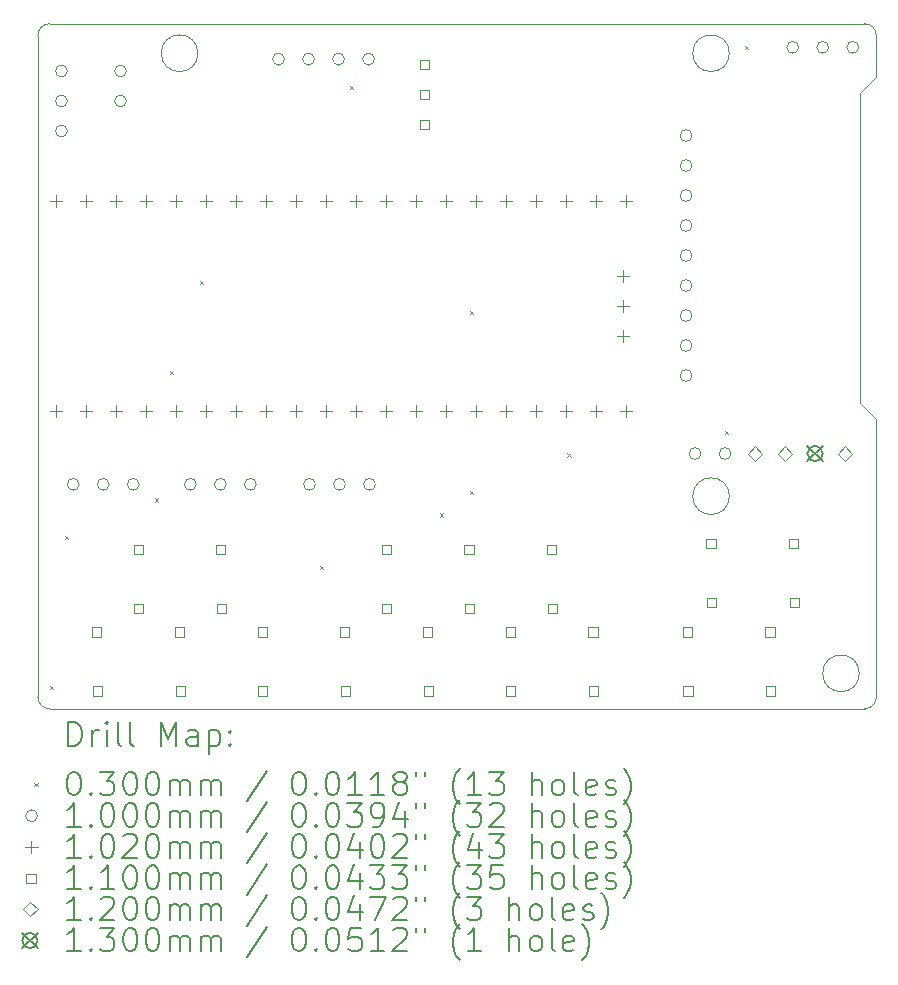
<source format=gbr>
%TF.GenerationSoftware,KiCad,Pcbnew,8.0.6*%
%TF.CreationDate,2024-12-01T22:22:22+01:00*%
%TF.ProjectId,pico_piano,7069636f-5f70-4696-916e-6f2e6b696361,rev?*%
%TF.SameCoordinates,Original*%
%TF.FileFunction,Drillmap*%
%TF.FilePolarity,Positive*%
%FSLAX45Y45*%
G04 Gerber Fmt 4.5, Leading zero omitted, Abs format (unit mm)*
G04 Created by KiCad (PCBNEW 8.0.6) date 2024-12-01 22:22:22*
%MOMM*%
%LPD*%
G01*
G04 APERTURE LIST*
%ADD10C,0.050000*%
%ADD11C,0.200000*%
%ADD12C,0.100000*%
%ADD13C,0.102000*%
%ADD14C,0.110000*%
%ADD15C,0.120000*%
%ADD16C,0.130000*%
G04 APERTURE END LIST*
D10*
X17260000Y-2590000D02*
X17260000Y-5210000D01*
X11655000Y-2250000D02*
G75*
G02*
X11345000Y-2250000I-155000J0D01*
G01*
X11345000Y-2250000D02*
G75*
G02*
X11655000Y-2250000I155000J0D01*
G01*
X17255000Y-7500000D02*
G75*
G02*
X16945000Y-7500000I-155000J0D01*
G01*
X16945000Y-7500000D02*
G75*
G02*
X17255000Y-7500000I155000J0D01*
G01*
X10400000Y-2000000D02*
X17300000Y-2000000D01*
X16155000Y-6000000D02*
G75*
G02*
X15845000Y-6000000I-155000J0D01*
G01*
X15845000Y-6000000D02*
G75*
G02*
X16155000Y-6000000I155000J0D01*
G01*
X17400000Y-7700000D02*
G75*
G02*
X17300000Y-7800000I-100000J0D01*
G01*
X16155000Y-2250000D02*
G75*
G02*
X15845000Y-2250000I-155000J0D01*
G01*
X15845000Y-2250000D02*
G75*
G02*
X16155000Y-2250000I155000J0D01*
G01*
X10300000Y-2100000D02*
G75*
G02*
X10400000Y-2000000I100000J0D01*
G01*
X10400000Y-7800000D02*
G75*
G02*
X10300000Y-7700000I0J100000D01*
G01*
X17400000Y-2450000D02*
X17400000Y-2100000D01*
X17300000Y-2000000D02*
G75*
G02*
X17400000Y-2100000I0J-100000D01*
G01*
X17400000Y-5350000D02*
X17400000Y-7700000D01*
X17400000Y-2450000D02*
X17260000Y-2590000D01*
X10300000Y-7700000D02*
X10300000Y-5500000D01*
X10300000Y-5500000D02*
X10300000Y-2100000D01*
X17260000Y-5210000D02*
X17400000Y-5350000D01*
X17300000Y-7800000D02*
X10400000Y-7800000D01*
D11*
D12*
X10399000Y-7605000D02*
X10429000Y-7635000D01*
X10429000Y-7605000D02*
X10399000Y-7635000D01*
X10526000Y-6335000D02*
X10556000Y-6365000D01*
X10556000Y-6335000D02*
X10526000Y-6365000D01*
X11288000Y-6017500D02*
X11318000Y-6047500D01*
X11318000Y-6017500D02*
X11288000Y-6047500D01*
X11415000Y-4938000D02*
X11445000Y-4968000D01*
X11445000Y-4938000D02*
X11415000Y-4968000D01*
X11669000Y-4176000D02*
X11699000Y-4206000D01*
X11699000Y-4176000D02*
X11669000Y-4206000D01*
X12685000Y-6589000D02*
X12715000Y-6619000D01*
X12715000Y-6589000D02*
X12685000Y-6619000D01*
X12939000Y-2525000D02*
X12969000Y-2555000D01*
X12969000Y-2525000D02*
X12939000Y-2555000D01*
X13701000Y-6144500D02*
X13731000Y-6174500D01*
X13731000Y-6144500D02*
X13701000Y-6174500D01*
X13955000Y-4430000D02*
X13985000Y-4460000D01*
X13985000Y-4430000D02*
X13955000Y-4460000D01*
X13955000Y-5954000D02*
X13985000Y-5984000D01*
X13985000Y-5954000D02*
X13955000Y-5984000D01*
X14780500Y-5636500D02*
X14810500Y-5666500D01*
X14810500Y-5636500D02*
X14780500Y-5666500D01*
X16114000Y-5446000D02*
X16144000Y-5476000D01*
X16144000Y-5446000D02*
X16114000Y-5476000D01*
X16285000Y-2185000D02*
X16315000Y-2215000D01*
X16315000Y-2185000D02*
X16285000Y-2215000D01*
X10550000Y-2400000D02*
G75*
G02*
X10450000Y-2400000I-50000J0D01*
G01*
X10450000Y-2400000D02*
G75*
G02*
X10550000Y-2400000I50000J0D01*
G01*
X10550000Y-2654000D02*
G75*
G02*
X10450000Y-2654000I-50000J0D01*
G01*
X10450000Y-2654000D02*
G75*
G02*
X10550000Y-2654000I50000J0D01*
G01*
X10550000Y-2908000D02*
G75*
G02*
X10450000Y-2908000I-50000J0D01*
G01*
X10450000Y-2908000D02*
G75*
G02*
X10550000Y-2908000I50000J0D01*
G01*
X10650000Y-5900000D02*
G75*
G02*
X10550000Y-5900000I-50000J0D01*
G01*
X10550000Y-5900000D02*
G75*
G02*
X10650000Y-5900000I50000J0D01*
G01*
X10904000Y-5900000D02*
G75*
G02*
X10804000Y-5900000I-50000J0D01*
G01*
X10804000Y-5900000D02*
G75*
G02*
X10904000Y-5900000I50000J0D01*
G01*
X11050000Y-2400000D02*
G75*
G02*
X10950000Y-2400000I-50000J0D01*
G01*
X10950000Y-2400000D02*
G75*
G02*
X11050000Y-2400000I50000J0D01*
G01*
X11050000Y-2654000D02*
G75*
G02*
X10950000Y-2654000I-50000J0D01*
G01*
X10950000Y-2654000D02*
G75*
G02*
X11050000Y-2654000I50000J0D01*
G01*
X11158000Y-5900000D02*
G75*
G02*
X11058000Y-5900000I-50000J0D01*
G01*
X11058000Y-5900000D02*
G75*
G02*
X11158000Y-5900000I50000J0D01*
G01*
X11642000Y-5900000D02*
G75*
G02*
X11542000Y-5900000I-50000J0D01*
G01*
X11542000Y-5900000D02*
G75*
G02*
X11642000Y-5900000I50000J0D01*
G01*
X11896000Y-5900000D02*
G75*
G02*
X11796000Y-5900000I-50000J0D01*
G01*
X11796000Y-5900000D02*
G75*
G02*
X11896000Y-5900000I50000J0D01*
G01*
X12150000Y-5900000D02*
G75*
G02*
X12050000Y-5900000I-50000J0D01*
G01*
X12050000Y-5900000D02*
G75*
G02*
X12150000Y-5900000I50000J0D01*
G01*
X12388000Y-2300000D02*
G75*
G02*
X12288000Y-2300000I-50000J0D01*
G01*
X12288000Y-2300000D02*
G75*
G02*
X12388000Y-2300000I50000J0D01*
G01*
X12642000Y-2300000D02*
G75*
G02*
X12542000Y-2300000I-50000J0D01*
G01*
X12542000Y-2300000D02*
G75*
G02*
X12642000Y-2300000I50000J0D01*
G01*
X12650000Y-5900000D02*
G75*
G02*
X12550000Y-5900000I-50000J0D01*
G01*
X12550000Y-5900000D02*
G75*
G02*
X12650000Y-5900000I50000J0D01*
G01*
X12896000Y-2300000D02*
G75*
G02*
X12796000Y-2300000I-50000J0D01*
G01*
X12796000Y-2300000D02*
G75*
G02*
X12896000Y-2300000I50000J0D01*
G01*
X12904000Y-5900000D02*
G75*
G02*
X12804000Y-5900000I-50000J0D01*
G01*
X12804000Y-5900000D02*
G75*
G02*
X12904000Y-5900000I50000J0D01*
G01*
X13150000Y-2300000D02*
G75*
G02*
X13050000Y-2300000I-50000J0D01*
G01*
X13050000Y-2300000D02*
G75*
G02*
X13150000Y-2300000I50000J0D01*
G01*
X13158000Y-5900000D02*
G75*
G02*
X13058000Y-5900000I-50000J0D01*
G01*
X13058000Y-5900000D02*
G75*
G02*
X13158000Y-5900000I50000J0D01*
G01*
X15838800Y-2947000D02*
G75*
G02*
X15738800Y-2947000I-50000J0D01*
G01*
X15738800Y-2947000D02*
G75*
G02*
X15838800Y-2947000I50000J0D01*
G01*
X15838800Y-3201000D02*
G75*
G02*
X15738800Y-3201000I-50000J0D01*
G01*
X15738800Y-3201000D02*
G75*
G02*
X15838800Y-3201000I50000J0D01*
G01*
X15838800Y-3455000D02*
G75*
G02*
X15738800Y-3455000I-50000J0D01*
G01*
X15738800Y-3455000D02*
G75*
G02*
X15838800Y-3455000I50000J0D01*
G01*
X15838800Y-3709000D02*
G75*
G02*
X15738800Y-3709000I-50000J0D01*
G01*
X15738800Y-3709000D02*
G75*
G02*
X15838800Y-3709000I50000J0D01*
G01*
X15838800Y-3963000D02*
G75*
G02*
X15738800Y-3963000I-50000J0D01*
G01*
X15738800Y-3963000D02*
G75*
G02*
X15838800Y-3963000I50000J0D01*
G01*
X15838800Y-4217000D02*
G75*
G02*
X15738800Y-4217000I-50000J0D01*
G01*
X15738800Y-4217000D02*
G75*
G02*
X15838800Y-4217000I50000J0D01*
G01*
X15838800Y-4471000D02*
G75*
G02*
X15738800Y-4471000I-50000J0D01*
G01*
X15738800Y-4471000D02*
G75*
G02*
X15838800Y-4471000I50000J0D01*
G01*
X15838800Y-4725000D02*
G75*
G02*
X15738800Y-4725000I-50000J0D01*
G01*
X15738800Y-4725000D02*
G75*
G02*
X15838800Y-4725000I50000J0D01*
G01*
X15838800Y-4979000D02*
G75*
G02*
X15738800Y-4979000I-50000J0D01*
G01*
X15738800Y-4979000D02*
G75*
G02*
X15838800Y-4979000I50000J0D01*
G01*
X15915000Y-5639400D02*
G75*
G02*
X15815000Y-5639400I-50000J0D01*
G01*
X15815000Y-5639400D02*
G75*
G02*
X15915000Y-5639400I50000J0D01*
G01*
X16169000Y-5639400D02*
G75*
G02*
X16069000Y-5639400I-50000J0D01*
G01*
X16069000Y-5639400D02*
G75*
G02*
X16169000Y-5639400I50000J0D01*
G01*
X16742000Y-2200000D02*
G75*
G02*
X16642000Y-2200000I-50000J0D01*
G01*
X16642000Y-2200000D02*
G75*
G02*
X16742000Y-2200000I50000J0D01*
G01*
X16996000Y-2200000D02*
G75*
G02*
X16896000Y-2200000I-50000J0D01*
G01*
X16896000Y-2200000D02*
G75*
G02*
X16996000Y-2200000I50000J0D01*
G01*
X17250000Y-2200000D02*
G75*
G02*
X17150000Y-2200000I-50000J0D01*
G01*
X17150000Y-2200000D02*
G75*
G02*
X17250000Y-2200000I50000J0D01*
G01*
D13*
X10450000Y-3449000D02*
X10450000Y-3551000D01*
X10399000Y-3500000D02*
X10501000Y-3500000D01*
X10450000Y-5227000D02*
X10450000Y-5329000D01*
X10399000Y-5278000D02*
X10501000Y-5278000D01*
X10704000Y-3449000D02*
X10704000Y-3551000D01*
X10653000Y-3500000D02*
X10755000Y-3500000D01*
X10704000Y-5227000D02*
X10704000Y-5329000D01*
X10653000Y-5278000D02*
X10755000Y-5278000D01*
X10958000Y-3449000D02*
X10958000Y-3551000D01*
X10907000Y-3500000D02*
X11009000Y-3500000D01*
X10958000Y-5227000D02*
X10958000Y-5329000D01*
X10907000Y-5278000D02*
X11009000Y-5278000D01*
X11212000Y-3449000D02*
X11212000Y-3551000D01*
X11161000Y-3500000D02*
X11263000Y-3500000D01*
X11212000Y-5227000D02*
X11212000Y-5329000D01*
X11161000Y-5278000D02*
X11263000Y-5278000D01*
X11466000Y-3449000D02*
X11466000Y-3551000D01*
X11415000Y-3500000D02*
X11517000Y-3500000D01*
X11466000Y-5227000D02*
X11466000Y-5329000D01*
X11415000Y-5278000D02*
X11517000Y-5278000D01*
X11720000Y-3449000D02*
X11720000Y-3551000D01*
X11669000Y-3500000D02*
X11771000Y-3500000D01*
X11720000Y-5227000D02*
X11720000Y-5329000D01*
X11669000Y-5278000D02*
X11771000Y-5278000D01*
X11974000Y-3449000D02*
X11974000Y-3551000D01*
X11923000Y-3500000D02*
X12025000Y-3500000D01*
X11974000Y-5227000D02*
X11974000Y-5329000D01*
X11923000Y-5278000D02*
X12025000Y-5278000D01*
X12228000Y-3449000D02*
X12228000Y-3551000D01*
X12177000Y-3500000D02*
X12279000Y-3500000D01*
X12228000Y-5227000D02*
X12228000Y-5329000D01*
X12177000Y-5278000D02*
X12279000Y-5278000D01*
X12482000Y-3449000D02*
X12482000Y-3551000D01*
X12431000Y-3500000D02*
X12533000Y-3500000D01*
X12482000Y-5227000D02*
X12482000Y-5329000D01*
X12431000Y-5278000D02*
X12533000Y-5278000D01*
X12736000Y-3449000D02*
X12736000Y-3551000D01*
X12685000Y-3500000D02*
X12787000Y-3500000D01*
X12736000Y-5227000D02*
X12736000Y-5329000D01*
X12685000Y-5278000D02*
X12787000Y-5278000D01*
X12990000Y-3449000D02*
X12990000Y-3551000D01*
X12939000Y-3500000D02*
X13041000Y-3500000D01*
X12990000Y-5227000D02*
X12990000Y-5329000D01*
X12939000Y-5278000D02*
X13041000Y-5278000D01*
X13244000Y-3449000D02*
X13244000Y-3551000D01*
X13193000Y-3500000D02*
X13295000Y-3500000D01*
X13244000Y-5227000D02*
X13244000Y-5329000D01*
X13193000Y-5278000D02*
X13295000Y-5278000D01*
X13498000Y-3449000D02*
X13498000Y-3551000D01*
X13447000Y-3500000D02*
X13549000Y-3500000D01*
X13498000Y-5227000D02*
X13498000Y-5329000D01*
X13447000Y-5278000D02*
X13549000Y-5278000D01*
X13752000Y-3449000D02*
X13752000Y-3551000D01*
X13701000Y-3500000D02*
X13803000Y-3500000D01*
X13752000Y-5227000D02*
X13752000Y-5329000D01*
X13701000Y-5278000D02*
X13803000Y-5278000D01*
X14006000Y-3449000D02*
X14006000Y-3551000D01*
X13955000Y-3500000D02*
X14057000Y-3500000D01*
X14006000Y-5227000D02*
X14006000Y-5329000D01*
X13955000Y-5278000D02*
X14057000Y-5278000D01*
X14260000Y-3449000D02*
X14260000Y-3551000D01*
X14209000Y-3500000D02*
X14311000Y-3500000D01*
X14260000Y-5227000D02*
X14260000Y-5329000D01*
X14209000Y-5278000D02*
X14311000Y-5278000D01*
X14514000Y-3449000D02*
X14514000Y-3551000D01*
X14463000Y-3500000D02*
X14565000Y-3500000D01*
X14514000Y-5227000D02*
X14514000Y-5329000D01*
X14463000Y-5278000D02*
X14565000Y-5278000D01*
X14768000Y-3449000D02*
X14768000Y-3551000D01*
X14717000Y-3500000D02*
X14819000Y-3500000D01*
X14768000Y-5227000D02*
X14768000Y-5329000D01*
X14717000Y-5278000D02*
X14819000Y-5278000D01*
X15022000Y-3449000D02*
X15022000Y-3551000D01*
X14971000Y-3500000D02*
X15073000Y-3500000D01*
X15022000Y-5227000D02*
X15022000Y-5329000D01*
X14971000Y-5278000D02*
X15073000Y-5278000D01*
X15253000Y-4084000D02*
X15253000Y-4186000D01*
X15202000Y-4135000D02*
X15304000Y-4135000D01*
X15253000Y-4338000D02*
X15253000Y-4440000D01*
X15202000Y-4389000D02*
X15304000Y-4389000D01*
X15253000Y-4592000D02*
X15253000Y-4694000D01*
X15202000Y-4643000D02*
X15304000Y-4643000D01*
X15276000Y-3449000D02*
X15276000Y-3551000D01*
X15225000Y-3500000D02*
X15327000Y-3500000D01*
X15276000Y-5227000D02*
X15276000Y-5329000D01*
X15225000Y-5278000D02*
X15327000Y-5278000D01*
D14*
X10838891Y-7188891D02*
X10838891Y-7111109D01*
X10761109Y-7111109D01*
X10761109Y-7188891D01*
X10838891Y-7188891D01*
X10843891Y-7688891D02*
X10843891Y-7611109D01*
X10766109Y-7611109D01*
X10766109Y-7688891D01*
X10843891Y-7688891D01*
X11188891Y-6488891D02*
X11188891Y-6411109D01*
X11111109Y-6411109D01*
X11111109Y-6488891D01*
X11188891Y-6488891D01*
X11193891Y-6988891D02*
X11193891Y-6911109D01*
X11116109Y-6911109D01*
X11116109Y-6988891D01*
X11193891Y-6988891D01*
X11538891Y-7188891D02*
X11538891Y-7111109D01*
X11461109Y-7111109D01*
X11461109Y-7188891D01*
X11538891Y-7188891D01*
X11543891Y-7688891D02*
X11543891Y-7611109D01*
X11466109Y-7611109D01*
X11466109Y-7688891D01*
X11543891Y-7688891D01*
X11888891Y-6488891D02*
X11888891Y-6411109D01*
X11811109Y-6411109D01*
X11811109Y-6488891D01*
X11888891Y-6488891D01*
X11893891Y-6988891D02*
X11893891Y-6911109D01*
X11816109Y-6911109D01*
X11816109Y-6988891D01*
X11893891Y-6988891D01*
X12238891Y-7188891D02*
X12238891Y-7111109D01*
X12161109Y-7111109D01*
X12161109Y-7188891D01*
X12238891Y-7188891D01*
X12243891Y-7688891D02*
X12243891Y-7611109D01*
X12166109Y-7611109D01*
X12166109Y-7688891D01*
X12243891Y-7688891D01*
X12938891Y-7188891D02*
X12938891Y-7111109D01*
X12861109Y-7111109D01*
X12861109Y-7188891D01*
X12938891Y-7188891D01*
X12943891Y-7688891D02*
X12943891Y-7611109D01*
X12866109Y-7611109D01*
X12866109Y-7688891D01*
X12943891Y-7688891D01*
X13288891Y-6488891D02*
X13288891Y-6411109D01*
X13211109Y-6411109D01*
X13211109Y-6488891D01*
X13288891Y-6488891D01*
X13293891Y-6988891D02*
X13293891Y-6911109D01*
X13216109Y-6911109D01*
X13216109Y-6988891D01*
X13293891Y-6988891D01*
X13615891Y-2384891D02*
X13615891Y-2307109D01*
X13538109Y-2307109D01*
X13538109Y-2384891D01*
X13615891Y-2384891D01*
X13615891Y-2638891D02*
X13615891Y-2561109D01*
X13538109Y-2561109D01*
X13538109Y-2638891D01*
X13615891Y-2638891D01*
X13615891Y-2892891D02*
X13615891Y-2815109D01*
X13538109Y-2815109D01*
X13538109Y-2892891D01*
X13615891Y-2892891D01*
X13638891Y-7188891D02*
X13638891Y-7111109D01*
X13561109Y-7111109D01*
X13561109Y-7188891D01*
X13638891Y-7188891D01*
X13643891Y-7688891D02*
X13643891Y-7611109D01*
X13566109Y-7611109D01*
X13566109Y-7688891D01*
X13643891Y-7688891D01*
X13988891Y-6488891D02*
X13988891Y-6411109D01*
X13911109Y-6411109D01*
X13911109Y-6488891D01*
X13988891Y-6488891D01*
X13993891Y-6988891D02*
X13993891Y-6911109D01*
X13916109Y-6911109D01*
X13916109Y-6988891D01*
X13993891Y-6988891D01*
X14338891Y-7188891D02*
X14338891Y-7111109D01*
X14261109Y-7111109D01*
X14261109Y-7188891D01*
X14338891Y-7188891D01*
X14343891Y-7688891D02*
X14343891Y-7611109D01*
X14266109Y-7611109D01*
X14266109Y-7688891D01*
X14343891Y-7688891D01*
X14688891Y-6488891D02*
X14688891Y-6411109D01*
X14611109Y-6411109D01*
X14611109Y-6488891D01*
X14688891Y-6488891D01*
X14693891Y-6988891D02*
X14693891Y-6911109D01*
X14616109Y-6911109D01*
X14616109Y-6988891D01*
X14693891Y-6988891D01*
X15038891Y-7188891D02*
X15038891Y-7111109D01*
X14961109Y-7111109D01*
X14961109Y-7188891D01*
X15038891Y-7188891D01*
X15043891Y-7688891D02*
X15043891Y-7611109D01*
X14966109Y-7611109D01*
X14966109Y-7688891D01*
X15043891Y-7688891D01*
X15838891Y-7188891D02*
X15838891Y-7111109D01*
X15761109Y-7111109D01*
X15761109Y-7188891D01*
X15838891Y-7188891D01*
X15843891Y-7688891D02*
X15843891Y-7611109D01*
X15766109Y-7611109D01*
X15766109Y-7688891D01*
X15843891Y-7688891D01*
X16038891Y-6438891D02*
X16038891Y-6361109D01*
X15961109Y-6361109D01*
X15961109Y-6438891D01*
X16038891Y-6438891D01*
X16043891Y-6938891D02*
X16043891Y-6861109D01*
X15966109Y-6861109D01*
X15966109Y-6938891D01*
X16043891Y-6938891D01*
X16538891Y-7188891D02*
X16538891Y-7111109D01*
X16461109Y-7111109D01*
X16461109Y-7188891D01*
X16538891Y-7188891D01*
X16543891Y-7688891D02*
X16543891Y-7611109D01*
X16466109Y-7611109D01*
X16466109Y-7688891D01*
X16543891Y-7688891D01*
X16738891Y-6438891D02*
X16738891Y-6361109D01*
X16661109Y-6361109D01*
X16661109Y-6438891D01*
X16738891Y-6438891D01*
X16743891Y-6938891D02*
X16743891Y-6861109D01*
X16666109Y-6861109D01*
X16666109Y-6938891D01*
X16743891Y-6938891D01*
D15*
X16373000Y-5699400D02*
X16433000Y-5639400D01*
X16373000Y-5579400D01*
X16313000Y-5639400D01*
X16373000Y-5699400D01*
X16627000Y-5699400D02*
X16687000Y-5639400D01*
X16627000Y-5579400D01*
X16567000Y-5639400D01*
X16627000Y-5699400D01*
X17135000Y-5699400D02*
X17195000Y-5639400D01*
X17135000Y-5579400D01*
X17075000Y-5639400D01*
X17135000Y-5699400D01*
D16*
X16816000Y-5574400D02*
X16946000Y-5704400D01*
X16946000Y-5574400D02*
X16816000Y-5704400D01*
X16946000Y-5639400D02*
G75*
G02*
X16816000Y-5639400I-65000J0D01*
G01*
X16816000Y-5639400D02*
G75*
G02*
X16946000Y-5639400I65000J0D01*
G01*
D11*
X10558277Y-8113984D02*
X10558277Y-7913984D01*
X10558277Y-7913984D02*
X10605896Y-7913984D01*
X10605896Y-7913984D02*
X10634467Y-7923508D01*
X10634467Y-7923508D02*
X10653515Y-7942555D01*
X10653515Y-7942555D02*
X10663039Y-7961603D01*
X10663039Y-7961603D02*
X10672563Y-7999698D01*
X10672563Y-7999698D02*
X10672563Y-8028269D01*
X10672563Y-8028269D02*
X10663039Y-8066365D01*
X10663039Y-8066365D02*
X10653515Y-8085412D01*
X10653515Y-8085412D02*
X10634467Y-8104460D01*
X10634467Y-8104460D02*
X10605896Y-8113984D01*
X10605896Y-8113984D02*
X10558277Y-8113984D01*
X10758277Y-8113984D02*
X10758277Y-7980650D01*
X10758277Y-8018746D02*
X10767801Y-7999698D01*
X10767801Y-7999698D02*
X10777324Y-7990174D01*
X10777324Y-7990174D02*
X10796372Y-7980650D01*
X10796372Y-7980650D02*
X10815420Y-7980650D01*
X10882086Y-8113984D02*
X10882086Y-7980650D01*
X10882086Y-7913984D02*
X10872563Y-7923508D01*
X10872563Y-7923508D02*
X10882086Y-7933031D01*
X10882086Y-7933031D02*
X10891610Y-7923508D01*
X10891610Y-7923508D02*
X10882086Y-7913984D01*
X10882086Y-7913984D02*
X10882086Y-7933031D01*
X11005896Y-8113984D02*
X10986848Y-8104460D01*
X10986848Y-8104460D02*
X10977324Y-8085412D01*
X10977324Y-8085412D02*
X10977324Y-7913984D01*
X11110658Y-8113984D02*
X11091610Y-8104460D01*
X11091610Y-8104460D02*
X11082086Y-8085412D01*
X11082086Y-8085412D02*
X11082086Y-7913984D01*
X11339229Y-8113984D02*
X11339229Y-7913984D01*
X11339229Y-7913984D02*
X11405896Y-8056841D01*
X11405896Y-8056841D02*
X11472562Y-7913984D01*
X11472562Y-7913984D02*
X11472562Y-8113984D01*
X11653515Y-8113984D02*
X11653515Y-8009222D01*
X11653515Y-8009222D02*
X11643991Y-7990174D01*
X11643991Y-7990174D02*
X11624943Y-7980650D01*
X11624943Y-7980650D02*
X11586848Y-7980650D01*
X11586848Y-7980650D02*
X11567801Y-7990174D01*
X11653515Y-8104460D02*
X11634467Y-8113984D01*
X11634467Y-8113984D02*
X11586848Y-8113984D01*
X11586848Y-8113984D02*
X11567801Y-8104460D01*
X11567801Y-8104460D02*
X11558277Y-8085412D01*
X11558277Y-8085412D02*
X11558277Y-8066365D01*
X11558277Y-8066365D02*
X11567801Y-8047317D01*
X11567801Y-8047317D02*
X11586848Y-8037793D01*
X11586848Y-8037793D02*
X11634467Y-8037793D01*
X11634467Y-8037793D02*
X11653515Y-8028269D01*
X11748753Y-7980650D02*
X11748753Y-8180650D01*
X11748753Y-7990174D02*
X11767801Y-7980650D01*
X11767801Y-7980650D02*
X11805896Y-7980650D01*
X11805896Y-7980650D02*
X11824943Y-7990174D01*
X11824943Y-7990174D02*
X11834467Y-7999698D01*
X11834467Y-7999698D02*
X11843991Y-8018746D01*
X11843991Y-8018746D02*
X11843991Y-8075888D01*
X11843991Y-8075888D02*
X11834467Y-8094936D01*
X11834467Y-8094936D02*
X11824943Y-8104460D01*
X11824943Y-8104460D02*
X11805896Y-8113984D01*
X11805896Y-8113984D02*
X11767801Y-8113984D01*
X11767801Y-8113984D02*
X11748753Y-8104460D01*
X11929705Y-8094936D02*
X11939229Y-8104460D01*
X11939229Y-8104460D02*
X11929705Y-8113984D01*
X11929705Y-8113984D02*
X11920182Y-8104460D01*
X11920182Y-8104460D02*
X11929705Y-8094936D01*
X11929705Y-8094936D02*
X11929705Y-8113984D01*
X11929705Y-7990174D02*
X11939229Y-7999698D01*
X11939229Y-7999698D02*
X11929705Y-8009222D01*
X11929705Y-8009222D02*
X11920182Y-7999698D01*
X11920182Y-7999698D02*
X11929705Y-7990174D01*
X11929705Y-7990174D02*
X11929705Y-8009222D01*
D12*
X10267500Y-8427500D02*
X10297500Y-8457500D01*
X10297500Y-8427500D02*
X10267500Y-8457500D01*
D11*
X10596372Y-8333984D02*
X10615420Y-8333984D01*
X10615420Y-8333984D02*
X10634467Y-8343508D01*
X10634467Y-8343508D02*
X10643991Y-8353031D01*
X10643991Y-8353031D02*
X10653515Y-8372079D01*
X10653515Y-8372079D02*
X10663039Y-8410174D01*
X10663039Y-8410174D02*
X10663039Y-8457793D01*
X10663039Y-8457793D02*
X10653515Y-8495889D01*
X10653515Y-8495889D02*
X10643991Y-8514936D01*
X10643991Y-8514936D02*
X10634467Y-8524460D01*
X10634467Y-8524460D02*
X10615420Y-8533984D01*
X10615420Y-8533984D02*
X10596372Y-8533984D01*
X10596372Y-8533984D02*
X10577324Y-8524460D01*
X10577324Y-8524460D02*
X10567801Y-8514936D01*
X10567801Y-8514936D02*
X10558277Y-8495889D01*
X10558277Y-8495889D02*
X10548753Y-8457793D01*
X10548753Y-8457793D02*
X10548753Y-8410174D01*
X10548753Y-8410174D02*
X10558277Y-8372079D01*
X10558277Y-8372079D02*
X10567801Y-8353031D01*
X10567801Y-8353031D02*
X10577324Y-8343508D01*
X10577324Y-8343508D02*
X10596372Y-8333984D01*
X10748753Y-8514936D02*
X10758277Y-8524460D01*
X10758277Y-8524460D02*
X10748753Y-8533984D01*
X10748753Y-8533984D02*
X10739229Y-8524460D01*
X10739229Y-8524460D02*
X10748753Y-8514936D01*
X10748753Y-8514936D02*
X10748753Y-8533984D01*
X10824944Y-8333984D02*
X10948753Y-8333984D01*
X10948753Y-8333984D02*
X10882086Y-8410174D01*
X10882086Y-8410174D02*
X10910658Y-8410174D01*
X10910658Y-8410174D02*
X10929705Y-8419698D01*
X10929705Y-8419698D02*
X10939229Y-8429222D01*
X10939229Y-8429222D02*
X10948753Y-8448270D01*
X10948753Y-8448270D02*
X10948753Y-8495889D01*
X10948753Y-8495889D02*
X10939229Y-8514936D01*
X10939229Y-8514936D02*
X10929705Y-8524460D01*
X10929705Y-8524460D02*
X10910658Y-8533984D01*
X10910658Y-8533984D02*
X10853515Y-8533984D01*
X10853515Y-8533984D02*
X10834467Y-8524460D01*
X10834467Y-8524460D02*
X10824944Y-8514936D01*
X11072563Y-8333984D02*
X11091610Y-8333984D01*
X11091610Y-8333984D02*
X11110658Y-8343508D01*
X11110658Y-8343508D02*
X11120182Y-8353031D01*
X11120182Y-8353031D02*
X11129705Y-8372079D01*
X11129705Y-8372079D02*
X11139229Y-8410174D01*
X11139229Y-8410174D02*
X11139229Y-8457793D01*
X11139229Y-8457793D02*
X11129705Y-8495889D01*
X11129705Y-8495889D02*
X11120182Y-8514936D01*
X11120182Y-8514936D02*
X11110658Y-8524460D01*
X11110658Y-8524460D02*
X11091610Y-8533984D01*
X11091610Y-8533984D02*
X11072563Y-8533984D01*
X11072563Y-8533984D02*
X11053515Y-8524460D01*
X11053515Y-8524460D02*
X11043991Y-8514936D01*
X11043991Y-8514936D02*
X11034467Y-8495889D01*
X11034467Y-8495889D02*
X11024944Y-8457793D01*
X11024944Y-8457793D02*
X11024944Y-8410174D01*
X11024944Y-8410174D02*
X11034467Y-8372079D01*
X11034467Y-8372079D02*
X11043991Y-8353031D01*
X11043991Y-8353031D02*
X11053515Y-8343508D01*
X11053515Y-8343508D02*
X11072563Y-8333984D01*
X11263039Y-8333984D02*
X11282086Y-8333984D01*
X11282086Y-8333984D02*
X11301134Y-8343508D01*
X11301134Y-8343508D02*
X11310658Y-8353031D01*
X11310658Y-8353031D02*
X11320182Y-8372079D01*
X11320182Y-8372079D02*
X11329705Y-8410174D01*
X11329705Y-8410174D02*
X11329705Y-8457793D01*
X11329705Y-8457793D02*
X11320182Y-8495889D01*
X11320182Y-8495889D02*
X11310658Y-8514936D01*
X11310658Y-8514936D02*
X11301134Y-8524460D01*
X11301134Y-8524460D02*
X11282086Y-8533984D01*
X11282086Y-8533984D02*
X11263039Y-8533984D01*
X11263039Y-8533984D02*
X11243991Y-8524460D01*
X11243991Y-8524460D02*
X11234467Y-8514936D01*
X11234467Y-8514936D02*
X11224943Y-8495889D01*
X11224943Y-8495889D02*
X11215420Y-8457793D01*
X11215420Y-8457793D02*
X11215420Y-8410174D01*
X11215420Y-8410174D02*
X11224943Y-8372079D01*
X11224943Y-8372079D02*
X11234467Y-8353031D01*
X11234467Y-8353031D02*
X11243991Y-8343508D01*
X11243991Y-8343508D02*
X11263039Y-8333984D01*
X11415420Y-8533984D02*
X11415420Y-8400650D01*
X11415420Y-8419698D02*
X11424943Y-8410174D01*
X11424943Y-8410174D02*
X11443991Y-8400650D01*
X11443991Y-8400650D02*
X11472563Y-8400650D01*
X11472563Y-8400650D02*
X11491610Y-8410174D01*
X11491610Y-8410174D02*
X11501134Y-8429222D01*
X11501134Y-8429222D02*
X11501134Y-8533984D01*
X11501134Y-8429222D02*
X11510658Y-8410174D01*
X11510658Y-8410174D02*
X11529705Y-8400650D01*
X11529705Y-8400650D02*
X11558277Y-8400650D01*
X11558277Y-8400650D02*
X11577324Y-8410174D01*
X11577324Y-8410174D02*
X11586848Y-8429222D01*
X11586848Y-8429222D02*
X11586848Y-8533984D01*
X11682086Y-8533984D02*
X11682086Y-8400650D01*
X11682086Y-8419698D02*
X11691610Y-8410174D01*
X11691610Y-8410174D02*
X11710658Y-8400650D01*
X11710658Y-8400650D02*
X11739229Y-8400650D01*
X11739229Y-8400650D02*
X11758277Y-8410174D01*
X11758277Y-8410174D02*
X11767801Y-8429222D01*
X11767801Y-8429222D02*
X11767801Y-8533984D01*
X11767801Y-8429222D02*
X11777324Y-8410174D01*
X11777324Y-8410174D02*
X11796372Y-8400650D01*
X11796372Y-8400650D02*
X11824943Y-8400650D01*
X11824943Y-8400650D02*
X11843991Y-8410174D01*
X11843991Y-8410174D02*
X11853515Y-8429222D01*
X11853515Y-8429222D02*
X11853515Y-8533984D01*
X12243991Y-8324460D02*
X12072563Y-8581603D01*
X12501134Y-8333984D02*
X12520182Y-8333984D01*
X12520182Y-8333984D02*
X12539229Y-8343508D01*
X12539229Y-8343508D02*
X12548753Y-8353031D01*
X12548753Y-8353031D02*
X12558277Y-8372079D01*
X12558277Y-8372079D02*
X12567801Y-8410174D01*
X12567801Y-8410174D02*
X12567801Y-8457793D01*
X12567801Y-8457793D02*
X12558277Y-8495889D01*
X12558277Y-8495889D02*
X12548753Y-8514936D01*
X12548753Y-8514936D02*
X12539229Y-8524460D01*
X12539229Y-8524460D02*
X12520182Y-8533984D01*
X12520182Y-8533984D02*
X12501134Y-8533984D01*
X12501134Y-8533984D02*
X12482086Y-8524460D01*
X12482086Y-8524460D02*
X12472563Y-8514936D01*
X12472563Y-8514936D02*
X12463039Y-8495889D01*
X12463039Y-8495889D02*
X12453515Y-8457793D01*
X12453515Y-8457793D02*
X12453515Y-8410174D01*
X12453515Y-8410174D02*
X12463039Y-8372079D01*
X12463039Y-8372079D02*
X12472563Y-8353031D01*
X12472563Y-8353031D02*
X12482086Y-8343508D01*
X12482086Y-8343508D02*
X12501134Y-8333984D01*
X12653515Y-8514936D02*
X12663039Y-8524460D01*
X12663039Y-8524460D02*
X12653515Y-8533984D01*
X12653515Y-8533984D02*
X12643991Y-8524460D01*
X12643991Y-8524460D02*
X12653515Y-8514936D01*
X12653515Y-8514936D02*
X12653515Y-8533984D01*
X12786848Y-8333984D02*
X12805896Y-8333984D01*
X12805896Y-8333984D02*
X12824944Y-8343508D01*
X12824944Y-8343508D02*
X12834467Y-8353031D01*
X12834467Y-8353031D02*
X12843991Y-8372079D01*
X12843991Y-8372079D02*
X12853515Y-8410174D01*
X12853515Y-8410174D02*
X12853515Y-8457793D01*
X12853515Y-8457793D02*
X12843991Y-8495889D01*
X12843991Y-8495889D02*
X12834467Y-8514936D01*
X12834467Y-8514936D02*
X12824944Y-8524460D01*
X12824944Y-8524460D02*
X12805896Y-8533984D01*
X12805896Y-8533984D02*
X12786848Y-8533984D01*
X12786848Y-8533984D02*
X12767801Y-8524460D01*
X12767801Y-8524460D02*
X12758277Y-8514936D01*
X12758277Y-8514936D02*
X12748753Y-8495889D01*
X12748753Y-8495889D02*
X12739229Y-8457793D01*
X12739229Y-8457793D02*
X12739229Y-8410174D01*
X12739229Y-8410174D02*
X12748753Y-8372079D01*
X12748753Y-8372079D02*
X12758277Y-8353031D01*
X12758277Y-8353031D02*
X12767801Y-8343508D01*
X12767801Y-8343508D02*
X12786848Y-8333984D01*
X13043991Y-8533984D02*
X12929706Y-8533984D01*
X12986848Y-8533984D02*
X12986848Y-8333984D01*
X12986848Y-8333984D02*
X12967801Y-8362555D01*
X12967801Y-8362555D02*
X12948753Y-8381603D01*
X12948753Y-8381603D02*
X12929706Y-8391127D01*
X13234467Y-8533984D02*
X13120182Y-8533984D01*
X13177325Y-8533984D02*
X13177325Y-8333984D01*
X13177325Y-8333984D02*
X13158277Y-8362555D01*
X13158277Y-8362555D02*
X13139229Y-8381603D01*
X13139229Y-8381603D02*
X13120182Y-8391127D01*
X13348753Y-8419698D02*
X13329706Y-8410174D01*
X13329706Y-8410174D02*
X13320182Y-8400650D01*
X13320182Y-8400650D02*
X13310658Y-8381603D01*
X13310658Y-8381603D02*
X13310658Y-8372079D01*
X13310658Y-8372079D02*
X13320182Y-8353031D01*
X13320182Y-8353031D02*
X13329706Y-8343508D01*
X13329706Y-8343508D02*
X13348753Y-8333984D01*
X13348753Y-8333984D02*
X13386848Y-8333984D01*
X13386848Y-8333984D02*
X13405896Y-8343508D01*
X13405896Y-8343508D02*
X13415420Y-8353031D01*
X13415420Y-8353031D02*
X13424944Y-8372079D01*
X13424944Y-8372079D02*
X13424944Y-8381603D01*
X13424944Y-8381603D02*
X13415420Y-8400650D01*
X13415420Y-8400650D02*
X13405896Y-8410174D01*
X13405896Y-8410174D02*
X13386848Y-8419698D01*
X13386848Y-8419698D02*
X13348753Y-8419698D01*
X13348753Y-8419698D02*
X13329706Y-8429222D01*
X13329706Y-8429222D02*
X13320182Y-8438746D01*
X13320182Y-8438746D02*
X13310658Y-8457793D01*
X13310658Y-8457793D02*
X13310658Y-8495889D01*
X13310658Y-8495889D02*
X13320182Y-8514936D01*
X13320182Y-8514936D02*
X13329706Y-8524460D01*
X13329706Y-8524460D02*
X13348753Y-8533984D01*
X13348753Y-8533984D02*
X13386848Y-8533984D01*
X13386848Y-8533984D02*
X13405896Y-8524460D01*
X13405896Y-8524460D02*
X13415420Y-8514936D01*
X13415420Y-8514936D02*
X13424944Y-8495889D01*
X13424944Y-8495889D02*
X13424944Y-8457793D01*
X13424944Y-8457793D02*
X13415420Y-8438746D01*
X13415420Y-8438746D02*
X13405896Y-8429222D01*
X13405896Y-8429222D02*
X13386848Y-8419698D01*
X13501134Y-8333984D02*
X13501134Y-8372079D01*
X13577325Y-8333984D02*
X13577325Y-8372079D01*
X13872563Y-8610174D02*
X13863039Y-8600650D01*
X13863039Y-8600650D02*
X13843991Y-8572079D01*
X13843991Y-8572079D02*
X13834468Y-8553031D01*
X13834468Y-8553031D02*
X13824944Y-8524460D01*
X13824944Y-8524460D02*
X13815420Y-8476841D01*
X13815420Y-8476841D02*
X13815420Y-8438746D01*
X13815420Y-8438746D02*
X13824944Y-8391127D01*
X13824944Y-8391127D02*
X13834468Y-8362555D01*
X13834468Y-8362555D02*
X13843991Y-8343508D01*
X13843991Y-8343508D02*
X13863039Y-8314936D01*
X13863039Y-8314936D02*
X13872563Y-8305412D01*
X14053515Y-8533984D02*
X13939229Y-8533984D01*
X13996372Y-8533984D02*
X13996372Y-8333984D01*
X13996372Y-8333984D02*
X13977325Y-8362555D01*
X13977325Y-8362555D02*
X13958277Y-8381603D01*
X13958277Y-8381603D02*
X13939229Y-8391127D01*
X14120182Y-8333984D02*
X14243991Y-8333984D01*
X14243991Y-8333984D02*
X14177325Y-8410174D01*
X14177325Y-8410174D02*
X14205896Y-8410174D01*
X14205896Y-8410174D02*
X14224944Y-8419698D01*
X14224944Y-8419698D02*
X14234468Y-8429222D01*
X14234468Y-8429222D02*
X14243991Y-8448270D01*
X14243991Y-8448270D02*
X14243991Y-8495889D01*
X14243991Y-8495889D02*
X14234468Y-8514936D01*
X14234468Y-8514936D02*
X14224944Y-8524460D01*
X14224944Y-8524460D02*
X14205896Y-8533984D01*
X14205896Y-8533984D02*
X14148753Y-8533984D01*
X14148753Y-8533984D02*
X14129706Y-8524460D01*
X14129706Y-8524460D02*
X14120182Y-8514936D01*
X14482087Y-8533984D02*
X14482087Y-8333984D01*
X14567801Y-8533984D02*
X14567801Y-8429222D01*
X14567801Y-8429222D02*
X14558277Y-8410174D01*
X14558277Y-8410174D02*
X14539230Y-8400650D01*
X14539230Y-8400650D02*
X14510658Y-8400650D01*
X14510658Y-8400650D02*
X14491610Y-8410174D01*
X14491610Y-8410174D02*
X14482087Y-8419698D01*
X14691610Y-8533984D02*
X14672563Y-8524460D01*
X14672563Y-8524460D02*
X14663039Y-8514936D01*
X14663039Y-8514936D02*
X14653515Y-8495889D01*
X14653515Y-8495889D02*
X14653515Y-8438746D01*
X14653515Y-8438746D02*
X14663039Y-8419698D01*
X14663039Y-8419698D02*
X14672563Y-8410174D01*
X14672563Y-8410174D02*
X14691610Y-8400650D01*
X14691610Y-8400650D02*
X14720182Y-8400650D01*
X14720182Y-8400650D02*
X14739230Y-8410174D01*
X14739230Y-8410174D02*
X14748753Y-8419698D01*
X14748753Y-8419698D02*
X14758277Y-8438746D01*
X14758277Y-8438746D02*
X14758277Y-8495889D01*
X14758277Y-8495889D02*
X14748753Y-8514936D01*
X14748753Y-8514936D02*
X14739230Y-8524460D01*
X14739230Y-8524460D02*
X14720182Y-8533984D01*
X14720182Y-8533984D02*
X14691610Y-8533984D01*
X14872563Y-8533984D02*
X14853515Y-8524460D01*
X14853515Y-8524460D02*
X14843991Y-8505412D01*
X14843991Y-8505412D02*
X14843991Y-8333984D01*
X15024944Y-8524460D02*
X15005896Y-8533984D01*
X15005896Y-8533984D02*
X14967801Y-8533984D01*
X14967801Y-8533984D02*
X14948753Y-8524460D01*
X14948753Y-8524460D02*
X14939230Y-8505412D01*
X14939230Y-8505412D02*
X14939230Y-8429222D01*
X14939230Y-8429222D02*
X14948753Y-8410174D01*
X14948753Y-8410174D02*
X14967801Y-8400650D01*
X14967801Y-8400650D02*
X15005896Y-8400650D01*
X15005896Y-8400650D02*
X15024944Y-8410174D01*
X15024944Y-8410174D02*
X15034468Y-8429222D01*
X15034468Y-8429222D02*
X15034468Y-8448270D01*
X15034468Y-8448270D02*
X14939230Y-8467317D01*
X15110658Y-8524460D02*
X15129706Y-8533984D01*
X15129706Y-8533984D02*
X15167801Y-8533984D01*
X15167801Y-8533984D02*
X15186849Y-8524460D01*
X15186849Y-8524460D02*
X15196372Y-8505412D01*
X15196372Y-8505412D02*
X15196372Y-8495889D01*
X15196372Y-8495889D02*
X15186849Y-8476841D01*
X15186849Y-8476841D02*
X15167801Y-8467317D01*
X15167801Y-8467317D02*
X15139230Y-8467317D01*
X15139230Y-8467317D02*
X15120182Y-8457793D01*
X15120182Y-8457793D02*
X15110658Y-8438746D01*
X15110658Y-8438746D02*
X15110658Y-8429222D01*
X15110658Y-8429222D02*
X15120182Y-8410174D01*
X15120182Y-8410174D02*
X15139230Y-8400650D01*
X15139230Y-8400650D02*
X15167801Y-8400650D01*
X15167801Y-8400650D02*
X15186849Y-8410174D01*
X15263039Y-8610174D02*
X15272563Y-8600650D01*
X15272563Y-8600650D02*
X15291611Y-8572079D01*
X15291611Y-8572079D02*
X15301134Y-8553031D01*
X15301134Y-8553031D02*
X15310658Y-8524460D01*
X15310658Y-8524460D02*
X15320182Y-8476841D01*
X15320182Y-8476841D02*
X15320182Y-8438746D01*
X15320182Y-8438746D02*
X15310658Y-8391127D01*
X15310658Y-8391127D02*
X15301134Y-8362555D01*
X15301134Y-8362555D02*
X15291611Y-8343508D01*
X15291611Y-8343508D02*
X15272563Y-8314936D01*
X15272563Y-8314936D02*
X15263039Y-8305412D01*
D12*
X10297500Y-8706500D02*
G75*
G02*
X10197500Y-8706500I-50000J0D01*
G01*
X10197500Y-8706500D02*
G75*
G02*
X10297500Y-8706500I50000J0D01*
G01*
D11*
X10663039Y-8797984D02*
X10548753Y-8797984D01*
X10605896Y-8797984D02*
X10605896Y-8597984D01*
X10605896Y-8597984D02*
X10586848Y-8626555D01*
X10586848Y-8626555D02*
X10567801Y-8645603D01*
X10567801Y-8645603D02*
X10548753Y-8655127D01*
X10748753Y-8778936D02*
X10758277Y-8788460D01*
X10758277Y-8788460D02*
X10748753Y-8797984D01*
X10748753Y-8797984D02*
X10739229Y-8788460D01*
X10739229Y-8788460D02*
X10748753Y-8778936D01*
X10748753Y-8778936D02*
X10748753Y-8797984D01*
X10882086Y-8597984D02*
X10901134Y-8597984D01*
X10901134Y-8597984D02*
X10920182Y-8607508D01*
X10920182Y-8607508D02*
X10929705Y-8617031D01*
X10929705Y-8617031D02*
X10939229Y-8636079D01*
X10939229Y-8636079D02*
X10948753Y-8674174D01*
X10948753Y-8674174D02*
X10948753Y-8721793D01*
X10948753Y-8721793D02*
X10939229Y-8759889D01*
X10939229Y-8759889D02*
X10929705Y-8778936D01*
X10929705Y-8778936D02*
X10920182Y-8788460D01*
X10920182Y-8788460D02*
X10901134Y-8797984D01*
X10901134Y-8797984D02*
X10882086Y-8797984D01*
X10882086Y-8797984D02*
X10863039Y-8788460D01*
X10863039Y-8788460D02*
X10853515Y-8778936D01*
X10853515Y-8778936D02*
X10843991Y-8759889D01*
X10843991Y-8759889D02*
X10834467Y-8721793D01*
X10834467Y-8721793D02*
X10834467Y-8674174D01*
X10834467Y-8674174D02*
X10843991Y-8636079D01*
X10843991Y-8636079D02*
X10853515Y-8617031D01*
X10853515Y-8617031D02*
X10863039Y-8607508D01*
X10863039Y-8607508D02*
X10882086Y-8597984D01*
X11072563Y-8597984D02*
X11091610Y-8597984D01*
X11091610Y-8597984D02*
X11110658Y-8607508D01*
X11110658Y-8607508D02*
X11120182Y-8617031D01*
X11120182Y-8617031D02*
X11129705Y-8636079D01*
X11129705Y-8636079D02*
X11139229Y-8674174D01*
X11139229Y-8674174D02*
X11139229Y-8721793D01*
X11139229Y-8721793D02*
X11129705Y-8759889D01*
X11129705Y-8759889D02*
X11120182Y-8778936D01*
X11120182Y-8778936D02*
X11110658Y-8788460D01*
X11110658Y-8788460D02*
X11091610Y-8797984D01*
X11091610Y-8797984D02*
X11072563Y-8797984D01*
X11072563Y-8797984D02*
X11053515Y-8788460D01*
X11053515Y-8788460D02*
X11043991Y-8778936D01*
X11043991Y-8778936D02*
X11034467Y-8759889D01*
X11034467Y-8759889D02*
X11024944Y-8721793D01*
X11024944Y-8721793D02*
X11024944Y-8674174D01*
X11024944Y-8674174D02*
X11034467Y-8636079D01*
X11034467Y-8636079D02*
X11043991Y-8617031D01*
X11043991Y-8617031D02*
X11053515Y-8607508D01*
X11053515Y-8607508D02*
X11072563Y-8597984D01*
X11263039Y-8597984D02*
X11282086Y-8597984D01*
X11282086Y-8597984D02*
X11301134Y-8607508D01*
X11301134Y-8607508D02*
X11310658Y-8617031D01*
X11310658Y-8617031D02*
X11320182Y-8636079D01*
X11320182Y-8636079D02*
X11329705Y-8674174D01*
X11329705Y-8674174D02*
X11329705Y-8721793D01*
X11329705Y-8721793D02*
X11320182Y-8759889D01*
X11320182Y-8759889D02*
X11310658Y-8778936D01*
X11310658Y-8778936D02*
X11301134Y-8788460D01*
X11301134Y-8788460D02*
X11282086Y-8797984D01*
X11282086Y-8797984D02*
X11263039Y-8797984D01*
X11263039Y-8797984D02*
X11243991Y-8788460D01*
X11243991Y-8788460D02*
X11234467Y-8778936D01*
X11234467Y-8778936D02*
X11224943Y-8759889D01*
X11224943Y-8759889D02*
X11215420Y-8721793D01*
X11215420Y-8721793D02*
X11215420Y-8674174D01*
X11215420Y-8674174D02*
X11224943Y-8636079D01*
X11224943Y-8636079D02*
X11234467Y-8617031D01*
X11234467Y-8617031D02*
X11243991Y-8607508D01*
X11243991Y-8607508D02*
X11263039Y-8597984D01*
X11415420Y-8797984D02*
X11415420Y-8664650D01*
X11415420Y-8683698D02*
X11424943Y-8674174D01*
X11424943Y-8674174D02*
X11443991Y-8664650D01*
X11443991Y-8664650D02*
X11472563Y-8664650D01*
X11472563Y-8664650D02*
X11491610Y-8674174D01*
X11491610Y-8674174D02*
X11501134Y-8693222D01*
X11501134Y-8693222D02*
X11501134Y-8797984D01*
X11501134Y-8693222D02*
X11510658Y-8674174D01*
X11510658Y-8674174D02*
X11529705Y-8664650D01*
X11529705Y-8664650D02*
X11558277Y-8664650D01*
X11558277Y-8664650D02*
X11577324Y-8674174D01*
X11577324Y-8674174D02*
X11586848Y-8693222D01*
X11586848Y-8693222D02*
X11586848Y-8797984D01*
X11682086Y-8797984D02*
X11682086Y-8664650D01*
X11682086Y-8683698D02*
X11691610Y-8674174D01*
X11691610Y-8674174D02*
X11710658Y-8664650D01*
X11710658Y-8664650D02*
X11739229Y-8664650D01*
X11739229Y-8664650D02*
X11758277Y-8674174D01*
X11758277Y-8674174D02*
X11767801Y-8693222D01*
X11767801Y-8693222D02*
X11767801Y-8797984D01*
X11767801Y-8693222D02*
X11777324Y-8674174D01*
X11777324Y-8674174D02*
X11796372Y-8664650D01*
X11796372Y-8664650D02*
X11824943Y-8664650D01*
X11824943Y-8664650D02*
X11843991Y-8674174D01*
X11843991Y-8674174D02*
X11853515Y-8693222D01*
X11853515Y-8693222D02*
X11853515Y-8797984D01*
X12243991Y-8588460D02*
X12072563Y-8845603D01*
X12501134Y-8597984D02*
X12520182Y-8597984D01*
X12520182Y-8597984D02*
X12539229Y-8607508D01*
X12539229Y-8607508D02*
X12548753Y-8617031D01*
X12548753Y-8617031D02*
X12558277Y-8636079D01*
X12558277Y-8636079D02*
X12567801Y-8674174D01*
X12567801Y-8674174D02*
X12567801Y-8721793D01*
X12567801Y-8721793D02*
X12558277Y-8759889D01*
X12558277Y-8759889D02*
X12548753Y-8778936D01*
X12548753Y-8778936D02*
X12539229Y-8788460D01*
X12539229Y-8788460D02*
X12520182Y-8797984D01*
X12520182Y-8797984D02*
X12501134Y-8797984D01*
X12501134Y-8797984D02*
X12482086Y-8788460D01*
X12482086Y-8788460D02*
X12472563Y-8778936D01*
X12472563Y-8778936D02*
X12463039Y-8759889D01*
X12463039Y-8759889D02*
X12453515Y-8721793D01*
X12453515Y-8721793D02*
X12453515Y-8674174D01*
X12453515Y-8674174D02*
X12463039Y-8636079D01*
X12463039Y-8636079D02*
X12472563Y-8617031D01*
X12472563Y-8617031D02*
X12482086Y-8607508D01*
X12482086Y-8607508D02*
X12501134Y-8597984D01*
X12653515Y-8778936D02*
X12663039Y-8788460D01*
X12663039Y-8788460D02*
X12653515Y-8797984D01*
X12653515Y-8797984D02*
X12643991Y-8788460D01*
X12643991Y-8788460D02*
X12653515Y-8778936D01*
X12653515Y-8778936D02*
X12653515Y-8797984D01*
X12786848Y-8597984D02*
X12805896Y-8597984D01*
X12805896Y-8597984D02*
X12824944Y-8607508D01*
X12824944Y-8607508D02*
X12834467Y-8617031D01*
X12834467Y-8617031D02*
X12843991Y-8636079D01*
X12843991Y-8636079D02*
X12853515Y-8674174D01*
X12853515Y-8674174D02*
X12853515Y-8721793D01*
X12853515Y-8721793D02*
X12843991Y-8759889D01*
X12843991Y-8759889D02*
X12834467Y-8778936D01*
X12834467Y-8778936D02*
X12824944Y-8788460D01*
X12824944Y-8788460D02*
X12805896Y-8797984D01*
X12805896Y-8797984D02*
X12786848Y-8797984D01*
X12786848Y-8797984D02*
X12767801Y-8788460D01*
X12767801Y-8788460D02*
X12758277Y-8778936D01*
X12758277Y-8778936D02*
X12748753Y-8759889D01*
X12748753Y-8759889D02*
X12739229Y-8721793D01*
X12739229Y-8721793D02*
X12739229Y-8674174D01*
X12739229Y-8674174D02*
X12748753Y-8636079D01*
X12748753Y-8636079D02*
X12758277Y-8617031D01*
X12758277Y-8617031D02*
X12767801Y-8607508D01*
X12767801Y-8607508D02*
X12786848Y-8597984D01*
X12920182Y-8597984D02*
X13043991Y-8597984D01*
X13043991Y-8597984D02*
X12977325Y-8674174D01*
X12977325Y-8674174D02*
X13005896Y-8674174D01*
X13005896Y-8674174D02*
X13024944Y-8683698D01*
X13024944Y-8683698D02*
X13034467Y-8693222D01*
X13034467Y-8693222D02*
X13043991Y-8712270D01*
X13043991Y-8712270D02*
X13043991Y-8759889D01*
X13043991Y-8759889D02*
X13034467Y-8778936D01*
X13034467Y-8778936D02*
X13024944Y-8788460D01*
X13024944Y-8788460D02*
X13005896Y-8797984D01*
X13005896Y-8797984D02*
X12948753Y-8797984D01*
X12948753Y-8797984D02*
X12929706Y-8788460D01*
X12929706Y-8788460D02*
X12920182Y-8778936D01*
X13139229Y-8797984D02*
X13177325Y-8797984D01*
X13177325Y-8797984D02*
X13196372Y-8788460D01*
X13196372Y-8788460D02*
X13205896Y-8778936D01*
X13205896Y-8778936D02*
X13224944Y-8750365D01*
X13224944Y-8750365D02*
X13234467Y-8712270D01*
X13234467Y-8712270D02*
X13234467Y-8636079D01*
X13234467Y-8636079D02*
X13224944Y-8617031D01*
X13224944Y-8617031D02*
X13215420Y-8607508D01*
X13215420Y-8607508D02*
X13196372Y-8597984D01*
X13196372Y-8597984D02*
X13158277Y-8597984D01*
X13158277Y-8597984D02*
X13139229Y-8607508D01*
X13139229Y-8607508D02*
X13129706Y-8617031D01*
X13129706Y-8617031D02*
X13120182Y-8636079D01*
X13120182Y-8636079D02*
X13120182Y-8683698D01*
X13120182Y-8683698D02*
X13129706Y-8702746D01*
X13129706Y-8702746D02*
X13139229Y-8712270D01*
X13139229Y-8712270D02*
X13158277Y-8721793D01*
X13158277Y-8721793D02*
X13196372Y-8721793D01*
X13196372Y-8721793D02*
X13215420Y-8712270D01*
X13215420Y-8712270D02*
X13224944Y-8702746D01*
X13224944Y-8702746D02*
X13234467Y-8683698D01*
X13405896Y-8664650D02*
X13405896Y-8797984D01*
X13358277Y-8588460D02*
X13310658Y-8731317D01*
X13310658Y-8731317D02*
X13434467Y-8731317D01*
X13501134Y-8597984D02*
X13501134Y-8636079D01*
X13577325Y-8597984D02*
X13577325Y-8636079D01*
X13872563Y-8874174D02*
X13863039Y-8864650D01*
X13863039Y-8864650D02*
X13843991Y-8836079D01*
X13843991Y-8836079D02*
X13834468Y-8817031D01*
X13834468Y-8817031D02*
X13824944Y-8788460D01*
X13824944Y-8788460D02*
X13815420Y-8740841D01*
X13815420Y-8740841D02*
X13815420Y-8702746D01*
X13815420Y-8702746D02*
X13824944Y-8655127D01*
X13824944Y-8655127D02*
X13834468Y-8626555D01*
X13834468Y-8626555D02*
X13843991Y-8607508D01*
X13843991Y-8607508D02*
X13863039Y-8578936D01*
X13863039Y-8578936D02*
X13872563Y-8569412D01*
X13929706Y-8597984D02*
X14053515Y-8597984D01*
X14053515Y-8597984D02*
X13986848Y-8674174D01*
X13986848Y-8674174D02*
X14015420Y-8674174D01*
X14015420Y-8674174D02*
X14034468Y-8683698D01*
X14034468Y-8683698D02*
X14043991Y-8693222D01*
X14043991Y-8693222D02*
X14053515Y-8712270D01*
X14053515Y-8712270D02*
X14053515Y-8759889D01*
X14053515Y-8759889D02*
X14043991Y-8778936D01*
X14043991Y-8778936D02*
X14034468Y-8788460D01*
X14034468Y-8788460D02*
X14015420Y-8797984D01*
X14015420Y-8797984D02*
X13958277Y-8797984D01*
X13958277Y-8797984D02*
X13939229Y-8788460D01*
X13939229Y-8788460D02*
X13929706Y-8778936D01*
X14129706Y-8617031D02*
X14139229Y-8607508D01*
X14139229Y-8607508D02*
X14158277Y-8597984D01*
X14158277Y-8597984D02*
X14205896Y-8597984D01*
X14205896Y-8597984D02*
X14224944Y-8607508D01*
X14224944Y-8607508D02*
X14234468Y-8617031D01*
X14234468Y-8617031D02*
X14243991Y-8636079D01*
X14243991Y-8636079D02*
X14243991Y-8655127D01*
X14243991Y-8655127D02*
X14234468Y-8683698D01*
X14234468Y-8683698D02*
X14120182Y-8797984D01*
X14120182Y-8797984D02*
X14243991Y-8797984D01*
X14482087Y-8797984D02*
X14482087Y-8597984D01*
X14567801Y-8797984D02*
X14567801Y-8693222D01*
X14567801Y-8693222D02*
X14558277Y-8674174D01*
X14558277Y-8674174D02*
X14539230Y-8664650D01*
X14539230Y-8664650D02*
X14510658Y-8664650D01*
X14510658Y-8664650D02*
X14491610Y-8674174D01*
X14491610Y-8674174D02*
X14482087Y-8683698D01*
X14691610Y-8797984D02*
X14672563Y-8788460D01*
X14672563Y-8788460D02*
X14663039Y-8778936D01*
X14663039Y-8778936D02*
X14653515Y-8759889D01*
X14653515Y-8759889D02*
X14653515Y-8702746D01*
X14653515Y-8702746D02*
X14663039Y-8683698D01*
X14663039Y-8683698D02*
X14672563Y-8674174D01*
X14672563Y-8674174D02*
X14691610Y-8664650D01*
X14691610Y-8664650D02*
X14720182Y-8664650D01*
X14720182Y-8664650D02*
X14739230Y-8674174D01*
X14739230Y-8674174D02*
X14748753Y-8683698D01*
X14748753Y-8683698D02*
X14758277Y-8702746D01*
X14758277Y-8702746D02*
X14758277Y-8759889D01*
X14758277Y-8759889D02*
X14748753Y-8778936D01*
X14748753Y-8778936D02*
X14739230Y-8788460D01*
X14739230Y-8788460D02*
X14720182Y-8797984D01*
X14720182Y-8797984D02*
X14691610Y-8797984D01*
X14872563Y-8797984D02*
X14853515Y-8788460D01*
X14853515Y-8788460D02*
X14843991Y-8769412D01*
X14843991Y-8769412D02*
X14843991Y-8597984D01*
X15024944Y-8788460D02*
X15005896Y-8797984D01*
X15005896Y-8797984D02*
X14967801Y-8797984D01*
X14967801Y-8797984D02*
X14948753Y-8788460D01*
X14948753Y-8788460D02*
X14939230Y-8769412D01*
X14939230Y-8769412D02*
X14939230Y-8693222D01*
X14939230Y-8693222D02*
X14948753Y-8674174D01*
X14948753Y-8674174D02*
X14967801Y-8664650D01*
X14967801Y-8664650D02*
X15005896Y-8664650D01*
X15005896Y-8664650D02*
X15024944Y-8674174D01*
X15024944Y-8674174D02*
X15034468Y-8693222D01*
X15034468Y-8693222D02*
X15034468Y-8712270D01*
X15034468Y-8712270D02*
X14939230Y-8731317D01*
X15110658Y-8788460D02*
X15129706Y-8797984D01*
X15129706Y-8797984D02*
X15167801Y-8797984D01*
X15167801Y-8797984D02*
X15186849Y-8788460D01*
X15186849Y-8788460D02*
X15196372Y-8769412D01*
X15196372Y-8769412D02*
X15196372Y-8759889D01*
X15196372Y-8759889D02*
X15186849Y-8740841D01*
X15186849Y-8740841D02*
X15167801Y-8731317D01*
X15167801Y-8731317D02*
X15139230Y-8731317D01*
X15139230Y-8731317D02*
X15120182Y-8721793D01*
X15120182Y-8721793D02*
X15110658Y-8702746D01*
X15110658Y-8702746D02*
X15110658Y-8693222D01*
X15110658Y-8693222D02*
X15120182Y-8674174D01*
X15120182Y-8674174D02*
X15139230Y-8664650D01*
X15139230Y-8664650D02*
X15167801Y-8664650D01*
X15167801Y-8664650D02*
X15186849Y-8674174D01*
X15263039Y-8874174D02*
X15272563Y-8864650D01*
X15272563Y-8864650D02*
X15291611Y-8836079D01*
X15291611Y-8836079D02*
X15301134Y-8817031D01*
X15301134Y-8817031D02*
X15310658Y-8788460D01*
X15310658Y-8788460D02*
X15320182Y-8740841D01*
X15320182Y-8740841D02*
X15320182Y-8702746D01*
X15320182Y-8702746D02*
X15310658Y-8655127D01*
X15310658Y-8655127D02*
X15301134Y-8626555D01*
X15301134Y-8626555D02*
X15291611Y-8607508D01*
X15291611Y-8607508D02*
X15272563Y-8578936D01*
X15272563Y-8578936D02*
X15263039Y-8569412D01*
D13*
X10246500Y-8919500D02*
X10246500Y-9021500D01*
X10195500Y-8970500D02*
X10297500Y-8970500D01*
D11*
X10663039Y-9061984D02*
X10548753Y-9061984D01*
X10605896Y-9061984D02*
X10605896Y-8861984D01*
X10605896Y-8861984D02*
X10586848Y-8890555D01*
X10586848Y-8890555D02*
X10567801Y-8909603D01*
X10567801Y-8909603D02*
X10548753Y-8919127D01*
X10748753Y-9042936D02*
X10758277Y-9052460D01*
X10758277Y-9052460D02*
X10748753Y-9061984D01*
X10748753Y-9061984D02*
X10739229Y-9052460D01*
X10739229Y-9052460D02*
X10748753Y-9042936D01*
X10748753Y-9042936D02*
X10748753Y-9061984D01*
X10882086Y-8861984D02*
X10901134Y-8861984D01*
X10901134Y-8861984D02*
X10920182Y-8871508D01*
X10920182Y-8871508D02*
X10929705Y-8881031D01*
X10929705Y-8881031D02*
X10939229Y-8900079D01*
X10939229Y-8900079D02*
X10948753Y-8938174D01*
X10948753Y-8938174D02*
X10948753Y-8985793D01*
X10948753Y-8985793D02*
X10939229Y-9023889D01*
X10939229Y-9023889D02*
X10929705Y-9042936D01*
X10929705Y-9042936D02*
X10920182Y-9052460D01*
X10920182Y-9052460D02*
X10901134Y-9061984D01*
X10901134Y-9061984D02*
X10882086Y-9061984D01*
X10882086Y-9061984D02*
X10863039Y-9052460D01*
X10863039Y-9052460D02*
X10853515Y-9042936D01*
X10853515Y-9042936D02*
X10843991Y-9023889D01*
X10843991Y-9023889D02*
X10834467Y-8985793D01*
X10834467Y-8985793D02*
X10834467Y-8938174D01*
X10834467Y-8938174D02*
X10843991Y-8900079D01*
X10843991Y-8900079D02*
X10853515Y-8881031D01*
X10853515Y-8881031D02*
X10863039Y-8871508D01*
X10863039Y-8871508D02*
X10882086Y-8861984D01*
X11024944Y-8881031D02*
X11034467Y-8871508D01*
X11034467Y-8871508D02*
X11053515Y-8861984D01*
X11053515Y-8861984D02*
X11101134Y-8861984D01*
X11101134Y-8861984D02*
X11120182Y-8871508D01*
X11120182Y-8871508D02*
X11129705Y-8881031D01*
X11129705Y-8881031D02*
X11139229Y-8900079D01*
X11139229Y-8900079D02*
X11139229Y-8919127D01*
X11139229Y-8919127D02*
X11129705Y-8947698D01*
X11129705Y-8947698D02*
X11015420Y-9061984D01*
X11015420Y-9061984D02*
X11139229Y-9061984D01*
X11263039Y-8861984D02*
X11282086Y-8861984D01*
X11282086Y-8861984D02*
X11301134Y-8871508D01*
X11301134Y-8871508D02*
X11310658Y-8881031D01*
X11310658Y-8881031D02*
X11320182Y-8900079D01*
X11320182Y-8900079D02*
X11329705Y-8938174D01*
X11329705Y-8938174D02*
X11329705Y-8985793D01*
X11329705Y-8985793D02*
X11320182Y-9023889D01*
X11320182Y-9023889D02*
X11310658Y-9042936D01*
X11310658Y-9042936D02*
X11301134Y-9052460D01*
X11301134Y-9052460D02*
X11282086Y-9061984D01*
X11282086Y-9061984D02*
X11263039Y-9061984D01*
X11263039Y-9061984D02*
X11243991Y-9052460D01*
X11243991Y-9052460D02*
X11234467Y-9042936D01*
X11234467Y-9042936D02*
X11224943Y-9023889D01*
X11224943Y-9023889D02*
X11215420Y-8985793D01*
X11215420Y-8985793D02*
X11215420Y-8938174D01*
X11215420Y-8938174D02*
X11224943Y-8900079D01*
X11224943Y-8900079D02*
X11234467Y-8881031D01*
X11234467Y-8881031D02*
X11243991Y-8871508D01*
X11243991Y-8871508D02*
X11263039Y-8861984D01*
X11415420Y-9061984D02*
X11415420Y-8928650D01*
X11415420Y-8947698D02*
X11424943Y-8938174D01*
X11424943Y-8938174D02*
X11443991Y-8928650D01*
X11443991Y-8928650D02*
X11472563Y-8928650D01*
X11472563Y-8928650D02*
X11491610Y-8938174D01*
X11491610Y-8938174D02*
X11501134Y-8957222D01*
X11501134Y-8957222D02*
X11501134Y-9061984D01*
X11501134Y-8957222D02*
X11510658Y-8938174D01*
X11510658Y-8938174D02*
X11529705Y-8928650D01*
X11529705Y-8928650D02*
X11558277Y-8928650D01*
X11558277Y-8928650D02*
X11577324Y-8938174D01*
X11577324Y-8938174D02*
X11586848Y-8957222D01*
X11586848Y-8957222D02*
X11586848Y-9061984D01*
X11682086Y-9061984D02*
X11682086Y-8928650D01*
X11682086Y-8947698D02*
X11691610Y-8938174D01*
X11691610Y-8938174D02*
X11710658Y-8928650D01*
X11710658Y-8928650D02*
X11739229Y-8928650D01*
X11739229Y-8928650D02*
X11758277Y-8938174D01*
X11758277Y-8938174D02*
X11767801Y-8957222D01*
X11767801Y-8957222D02*
X11767801Y-9061984D01*
X11767801Y-8957222D02*
X11777324Y-8938174D01*
X11777324Y-8938174D02*
X11796372Y-8928650D01*
X11796372Y-8928650D02*
X11824943Y-8928650D01*
X11824943Y-8928650D02*
X11843991Y-8938174D01*
X11843991Y-8938174D02*
X11853515Y-8957222D01*
X11853515Y-8957222D02*
X11853515Y-9061984D01*
X12243991Y-8852460D02*
X12072563Y-9109603D01*
X12501134Y-8861984D02*
X12520182Y-8861984D01*
X12520182Y-8861984D02*
X12539229Y-8871508D01*
X12539229Y-8871508D02*
X12548753Y-8881031D01*
X12548753Y-8881031D02*
X12558277Y-8900079D01*
X12558277Y-8900079D02*
X12567801Y-8938174D01*
X12567801Y-8938174D02*
X12567801Y-8985793D01*
X12567801Y-8985793D02*
X12558277Y-9023889D01*
X12558277Y-9023889D02*
X12548753Y-9042936D01*
X12548753Y-9042936D02*
X12539229Y-9052460D01*
X12539229Y-9052460D02*
X12520182Y-9061984D01*
X12520182Y-9061984D02*
X12501134Y-9061984D01*
X12501134Y-9061984D02*
X12482086Y-9052460D01*
X12482086Y-9052460D02*
X12472563Y-9042936D01*
X12472563Y-9042936D02*
X12463039Y-9023889D01*
X12463039Y-9023889D02*
X12453515Y-8985793D01*
X12453515Y-8985793D02*
X12453515Y-8938174D01*
X12453515Y-8938174D02*
X12463039Y-8900079D01*
X12463039Y-8900079D02*
X12472563Y-8881031D01*
X12472563Y-8881031D02*
X12482086Y-8871508D01*
X12482086Y-8871508D02*
X12501134Y-8861984D01*
X12653515Y-9042936D02*
X12663039Y-9052460D01*
X12663039Y-9052460D02*
X12653515Y-9061984D01*
X12653515Y-9061984D02*
X12643991Y-9052460D01*
X12643991Y-9052460D02*
X12653515Y-9042936D01*
X12653515Y-9042936D02*
X12653515Y-9061984D01*
X12786848Y-8861984D02*
X12805896Y-8861984D01*
X12805896Y-8861984D02*
X12824944Y-8871508D01*
X12824944Y-8871508D02*
X12834467Y-8881031D01*
X12834467Y-8881031D02*
X12843991Y-8900079D01*
X12843991Y-8900079D02*
X12853515Y-8938174D01*
X12853515Y-8938174D02*
X12853515Y-8985793D01*
X12853515Y-8985793D02*
X12843991Y-9023889D01*
X12843991Y-9023889D02*
X12834467Y-9042936D01*
X12834467Y-9042936D02*
X12824944Y-9052460D01*
X12824944Y-9052460D02*
X12805896Y-9061984D01*
X12805896Y-9061984D02*
X12786848Y-9061984D01*
X12786848Y-9061984D02*
X12767801Y-9052460D01*
X12767801Y-9052460D02*
X12758277Y-9042936D01*
X12758277Y-9042936D02*
X12748753Y-9023889D01*
X12748753Y-9023889D02*
X12739229Y-8985793D01*
X12739229Y-8985793D02*
X12739229Y-8938174D01*
X12739229Y-8938174D02*
X12748753Y-8900079D01*
X12748753Y-8900079D02*
X12758277Y-8881031D01*
X12758277Y-8881031D02*
X12767801Y-8871508D01*
X12767801Y-8871508D02*
X12786848Y-8861984D01*
X13024944Y-8928650D02*
X13024944Y-9061984D01*
X12977325Y-8852460D02*
X12929706Y-8995317D01*
X12929706Y-8995317D02*
X13053515Y-8995317D01*
X13167801Y-8861984D02*
X13186848Y-8861984D01*
X13186848Y-8861984D02*
X13205896Y-8871508D01*
X13205896Y-8871508D02*
X13215420Y-8881031D01*
X13215420Y-8881031D02*
X13224944Y-8900079D01*
X13224944Y-8900079D02*
X13234467Y-8938174D01*
X13234467Y-8938174D02*
X13234467Y-8985793D01*
X13234467Y-8985793D02*
X13224944Y-9023889D01*
X13224944Y-9023889D02*
X13215420Y-9042936D01*
X13215420Y-9042936D02*
X13205896Y-9052460D01*
X13205896Y-9052460D02*
X13186848Y-9061984D01*
X13186848Y-9061984D02*
X13167801Y-9061984D01*
X13167801Y-9061984D02*
X13148753Y-9052460D01*
X13148753Y-9052460D02*
X13139229Y-9042936D01*
X13139229Y-9042936D02*
X13129706Y-9023889D01*
X13129706Y-9023889D02*
X13120182Y-8985793D01*
X13120182Y-8985793D02*
X13120182Y-8938174D01*
X13120182Y-8938174D02*
X13129706Y-8900079D01*
X13129706Y-8900079D02*
X13139229Y-8881031D01*
X13139229Y-8881031D02*
X13148753Y-8871508D01*
X13148753Y-8871508D02*
X13167801Y-8861984D01*
X13310658Y-8881031D02*
X13320182Y-8871508D01*
X13320182Y-8871508D02*
X13339229Y-8861984D01*
X13339229Y-8861984D02*
X13386848Y-8861984D01*
X13386848Y-8861984D02*
X13405896Y-8871508D01*
X13405896Y-8871508D02*
X13415420Y-8881031D01*
X13415420Y-8881031D02*
X13424944Y-8900079D01*
X13424944Y-8900079D02*
X13424944Y-8919127D01*
X13424944Y-8919127D02*
X13415420Y-8947698D01*
X13415420Y-8947698D02*
X13301134Y-9061984D01*
X13301134Y-9061984D02*
X13424944Y-9061984D01*
X13501134Y-8861984D02*
X13501134Y-8900079D01*
X13577325Y-8861984D02*
X13577325Y-8900079D01*
X13872563Y-9138174D02*
X13863039Y-9128650D01*
X13863039Y-9128650D02*
X13843991Y-9100079D01*
X13843991Y-9100079D02*
X13834468Y-9081031D01*
X13834468Y-9081031D02*
X13824944Y-9052460D01*
X13824944Y-9052460D02*
X13815420Y-9004841D01*
X13815420Y-9004841D02*
X13815420Y-8966746D01*
X13815420Y-8966746D02*
X13824944Y-8919127D01*
X13824944Y-8919127D02*
X13834468Y-8890555D01*
X13834468Y-8890555D02*
X13843991Y-8871508D01*
X13843991Y-8871508D02*
X13863039Y-8842936D01*
X13863039Y-8842936D02*
X13872563Y-8833412D01*
X14034468Y-8928650D02*
X14034468Y-9061984D01*
X13986848Y-8852460D02*
X13939229Y-8995317D01*
X13939229Y-8995317D02*
X14063039Y-8995317D01*
X14120182Y-8861984D02*
X14243991Y-8861984D01*
X14243991Y-8861984D02*
X14177325Y-8938174D01*
X14177325Y-8938174D02*
X14205896Y-8938174D01*
X14205896Y-8938174D02*
X14224944Y-8947698D01*
X14224944Y-8947698D02*
X14234468Y-8957222D01*
X14234468Y-8957222D02*
X14243991Y-8976270D01*
X14243991Y-8976270D02*
X14243991Y-9023889D01*
X14243991Y-9023889D02*
X14234468Y-9042936D01*
X14234468Y-9042936D02*
X14224944Y-9052460D01*
X14224944Y-9052460D02*
X14205896Y-9061984D01*
X14205896Y-9061984D02*
X14148753Y-9061984D01*
X14148753Y-9061984D02*
X14129706Y-9052460D01*
X14129706Y-9052460D02*
X14120182Y-9042936D01*
X14482087Y-9061984D02*
X14482087Y-8861984D01*
X14567801Y-9061984D02*
X14567801Y-8957222D01*
X14567801Y-8957222D02*
X14558277Y-8938174D01*
X14558277Y-8938174D02*
X14539230Y-8928650D01*
X14539230Y-8928650D02*
X14510658Y-8928650D01*
X14510658Y-8928650D02*
X14491610Y-8938174D01*
X14491610Y-8938174D02*
X14482087Y-8947698D01*
X14691610Y-9061984D02*
X14672563Y-9052460D01*
X14672563Y-9052460D02*
X14663039Y-9042936D01*
X14663039Y-9042936D02*
X14653515Y-9023889D01*
X14653515Y-9023889D02*
X14653515Y-8966746D01*
X14653515Y-8966746D02*
X14663039Y-8947698D01*
X14663039Y-8947698D02*
X14672563Y-8938174D01*
X14672563Y-8938174D02*
X14691610Y-8928650D01*
X14691610Y-8928650D02*
X14720182Y-8928650D01*
X14720182Y-8928650D02*
X14739230Y-8938174D01*
X14739230Y-8938174D02*
X14748753Y-8947698D01*
X14748753Y-8947698D02*
X14758277Y-8966746D01*
X14758277Y-8966746D02*
X14758277Y-9023889D01*
X14758277Y-9023889D02*
X14748753Y-9042936D01*
X14748753Y-9042936D02*
X14739230Y-9052460D01*
X14739230Y-9052460D02*
X14720182Y-9061984D01*
X14720182Y-9061984D02*
X14691610Y-9061984D01*
X14872563Y-9061984D02*
X14853515Y-9052460D01*
X14853515Y-9052460D02*
X14843991Y-9033412D01*
X14843991Y-9033412D02*
X14843991Y-8861984D01*
X15024944Y-9052460D02*
X15005896Y-9061984D01*
X15005896Y-9061984D02*
X14967801Y-9061984D01*
X14967801Y-9061984D02*
X14948753Y-9052460D01*
X14948753Y-9052460D02*
X14939230Y-9033412D01*
X14939230Y-9033412D02*
X14939230Y-8957222D01*
X14939230Y-8957222D02*
X14948753Y-8938174D01*
X14948753Y-8938174D02*
X14967801Y-8928650D01*
X14967801Y-8928650D02*
X15005896Y-8928650D01*
X15005896Y-8928650D02*
X15024944Y-8938174D01*
X15024944Y-8938174D02*
X15034468Y-8957222D01*
X15034468Y-8957222D02*
X15034468Y-8976270D01*
X15034468Y-8976270D02*
X14939230Y-8995317D01*
X15110658Y-9052460D02*
X15129706Y-9061984D01*
X15129706Y-9061984D02*
X15167801Y-9061984D01*
X15167801Y-9061984D02*
X15186849Y-9052460D01*
X15186849Y-9052460D02*
X15196372Y-9033412D01*
X15196372Y-9033412D02*
X15196372Y-9023889D01*
X15196372Y-9023889D02*
X15186849Y-9004841D01*
X15186849Y-9004841D02*
X15167801Y-8995317D01*
X15167801Y-8995317D02*
X15139230Y-8995317D01*
X15139230Y-8995317D02*
X15120182Y-8985793D01*
X15120182Y-8985793D02*
X15110658Y-8966746D01*
X15110658Y-8966746D02*
X15110658Y-8957222D01*
X15110658Y-8957222D02*
X15120182Y-8938174D01*
X15120182Y-8938174D02*
X15139230Y-8928650D01*
X15139230Y-8928650D02*
X15167801Y-8928650D01*
X15167801Y-8928650D02*
X15186849Y-8938174D01*
X15263039Y-9138174D02*
X15272563Y-9128650D01*
X15272563Y-9128650D02*
X15291611Y-9100079D01*
X15291611Y-9100079D02*
X15301134Y-9081031D01*
X15301134Y-9081031D02*
X15310658Y-9052460D01*
X15310658Y-9052460D02*
X15320182Y-9004841D01*
X15320182Y-9004841D02*
X15320182Y-8966746D01*
X15320182Y-8966746D02*
X15310658Y-8919127D01*
X15310658Y-8919127D02*
X15301134Y-8890555D01*
X15301134Y-8890555D02*
X15291611Y-8871508D01*
X15291611Y-8871508D02*
X15272563Y-8842936D01*
X15272563Y-8842936D02*
X15263039Y-8833412D01*
D14*
X10281391Y-9273391D02*
X10281391Y-9195609D01*
X10203609Y-9195609D01*
X10203609Y-9273391D01*
X10281391Y-9273391D01*
D11*
X10663039Y-9325984D02*
X10548753Y-9325984D01*
X10605896Y-9325984D02*
X10605896Y-9125984D01*
X10605896Y-9125984D02*
X10586848Y-9154555D01*
X10586848Y-9154555D02*
X10567801Y-9173603D01*
X10567801Y-9173603D02*
X10548753Y-9183127D01*
X10748753Y-9306936D02*
X10758277Y-9316460D01*
X10758277Y-9316460D02*
X10748753Y-9325984D01*
X10748753Y-9325984D02*
X10739229Y-9316460D01*
X10739229Y-9316460D02*
X10748753Y-9306936D01*
X10748753Y-9306936D02*
X10748753Y-9325984D01*
X10948753Y-9325984D02*
X10834467Y-9325984D01*
X10891610Y-9325984D02*
X10891610Y-9125984D01*
X10891610Y-9125984D02*
X10872563Y-9154555D01*
X10872563Y-9154555D02*
X10853515Y-9173603D01*
X10853515Y-9173603D02*
X10834467Y-9183127D01*
X11072563Y-9125984D02*
X11091610Y-9125984D01*
X11091610Y-9125984D02*
X11110658Y-9135508D01*
X11110658Y-9135508D02*
X11120182Y-9145031D01*
X11120182Y-9145031D02*
X11129705Y-9164079D01*
X11129705Y-9164079D02*
X11139229Y-9202174D01*
X11139229Y-9202174D02*
X11139229Y-9249793D01*
X11139229Y-9249793D02*
X11129705Y-9287889D01*
X11129705Y-9287889D02*
X11120182Y-9306936D01*
X11120182Y-9306936D02*
X11110658Y-9316460D01*
X11110658Y-9316460D02*
X11091610Y-9325984D01*
X11091610Y-9325984D02*
X11072563Y-9325984D01*
X11072563Y-9325984D02*
X11053515Y-9316460D01*
X11053515Y-9316460D02*
X11043991Y-9306936D01*
X11043991Y-9306936D02*
X11034467Y-9287889D01*
X11034467Y-9287889D02*
X11024944Y-9249793D01*
X11024944Y-9249793D02*
X11024944Y-9202174D01*
X11024944Y-9202174D02*
X11034467Y-9164079D01*
X11034467Y-9164079D02*
X11043991Y-9145031D01*
X11043991Y-9145031D02*
X11053515Y-9135508D01*
X11053515Y-9135508D02*
X11072563Y-9125984D01*
X11263039Y-9125984D02*
X11282086Y-9125984D01*
X11282086Y-9125984D02*
X11301134Y-9135508D01*
X11301134Y-9135508D02*
X11310658Y-9145031D01*
X11310658Y-9145031D02*
X11320182Y-9164079D01*
X11320182Y-9164079D02*
X11329705Y-9202174D01*
X11329705Y-9202174D02*
X11329705Y-9249793D01*
X11329705Y-9249793D02*
X11320182Y-9287889D01*
X11320182Y-9287889D02*
X11310658Y-9306936D01*
X11310658Y-9306936D02*
X11301134Y-9316460D01*
X11301134Y-9316460D02*
X11282086Y-9325984D01*
X11282086Y-9325984D02*
X11263039Y-9325984D01*
X11263039Y-9325984D02*
X11243991Y-9316460D01*
X11243991Y-9316460D02*
X11234467Y-9306936D01*
X11234467Y-9306936D02*
X11224943Y-9287889D01*
X11224943Y-9287889D02*
X11215420Y-9249793D01*
X11215420Y-9249793D02*
X11215420Y-9202174D01*
X11215420Y-9202174D02*
X11224943Y-9164079D01*
X11224943Y-9164079D02*
X11234467Y-9145031D01*
X11234467Y-9145031D02*
X11243991Y-9135508D01*
X11243991Y-9135508D02*
X11263039Y-9125984D01*
X11415420Y-9325984D02*
X11415420Y-9192650D01*
X11415420Y-9211698D02*
X11424943Y-9202174D01*
X11424943Y-9202174D02*
X11443991Y-9192650D01*
X11443991Y-9192650D02*
X11472563Y-9192650D01*
X11472563Y-9192650D02*
X11491610Y-9202174D01*
X11491610Y-9202174D02*
X11501134Y-9221222D01*
X11501134Y-9221222D02*
X11501134Y-9325984D01*
X11501134Y-9221222D02*
X11510658Y-9202174D01*
X11510658Y-9202174D02*
X11529705Y-9192650D01*
X11529705Y-9192650D02*
X11558277Y-9192650D01*
X11558277Y-9192650D02*
X11577324Y-9202174D01*
X11577324Y-9202174D02*
X11586848Y-9221222D01*
X11586848Y-9221222D02*
X11586848Y-9325984D01*
X11682086Y-9325984D02*
X11682086Y-9192650D01*
X11682086Y-9211698D02*
X11691610Y-9202174D01*
X11691610Y-9202174D02*
X11710658Y-9192650D01*
X11710658Y-9192650D02*
X11739229Y-9192650D01*
X11739229Y-9192650D02*
X11758277Y-9202174D01*
X11758277Y-9202174D02*
X11767801Y-9221222D01*
X11767801Y-9221222D02*
X11767801Y-9325984D01*
X11767801Y-9221222D02*
X11777324Y-9202174D01*
X11777324Y-9202174D02*
X11796372Y-9192650D01*
X11796372Y-9192650D02*
X11824943Y-9192650D01*
X11824943Y-9192650D02*
X11843991Y-9202174D01*
X11843991Y-9202174D02*
X11853515Y-9221222D01*
X11853515Y-9221222D02*
X11853515Y-9325984D01*
X12243991Y-9116460D02*
X12072563Y-9373603D01*
X12501134Y-9125984D02*
X12520182Y-9125984D01*
X12520182Y-9125984D02*
X12539229Y-9135508D01*
X12539229Y-9135508D02*
X12548753Y-9145031D01*
X12548753Y-9145031D02*
X12558277Y-9164079D01*
X12558277Y-9164079D02*
X12567801Y-9202174D01*
X12567801Y-9202174D02*
X12567801Y-9249793D01*
X12567801Y-9249793D02*
X12558277Y-9287889D01*
X12558277Y-9287889D02*
X12548753Y-9306936D01*
X12548753Y-9306936D02*
X12539229Y-9316460D01*
X12539229Y-9316460D02*
X12520182Y-9325984D01*
X12520182Y-9325984D02*
X12501134Y-9325984D01*
X12501134Y-9325984D02*
X12482086Y-9316460D01*
X12482086Y-9316460D02*
X12472563Y-9306936D01*
X12472563Y-9306936D02*
X12463039Y-9287889D01*
X12463039Y-9287889D02*
X12453515Y-9249793D01*
X12453515Y-9249793D02*
X12453515Y-9202174D01*
X12453515Y-9202174D02*
X12463039Y-9164079D01*
X12463039Y-9164079D02*
X12472563Y-9145031D01*
X12472563Y-9145031D02*
X12482086Y-9135508D01*
X12482086Y-9135508D02*
X12501134Y-9125984D01*
X12653515Y-9306936D02*
X12663039Y-9316460D01*
X12663039Y-9316460D02*
X12653515Y-9325984D01*
X12653515Y-9325984D02*
X12643991Y-9316460D01*
X12643991Y-9316460D02*
X12653515Y-9306936D01*
X12653515Y-9306936D02*
X12653515Y-9325984D01*
X12786848Y-9125984D02*
X12805896Y-9125984D01*
X12805896Y-9125984D02*
X12824944Y-9135508D01*
X12824944Y-9135508D02*
X12834467Y-9145031D01*
X12834467Y-9145031D02*
X12843991Y-9164079D01*
X12843991Y-9164079D02*
X12853515Y-9202174D01*
X12853515Y-9202174D02*
X12853515Y-9249793D01*
X12853515Y-9249793D02*
X12843991Y-9287889D01*
X12843991Y-9287889D02*
X12834467Y-9306936D01*
X12834467Y-9306936D02*
X12824944Y-9316460D01*
X12824944Y-9316460D02*
X12805896Y-9325984D01*
X12805896Y-9325984D02*
X12786848Y-9325984D01*
X12786848Y-9325984D02*
X12767801Y-9316460D01*
X12767801Y-9316460D02*
X12758277Y-9306936D01*
X12758277Y-9306936D02*
X12748753Y-9287889D01*
X12748753Y-9287889D02*
X12739229Y-9249793D01*
X12739229Y-9249793D02*
X12739229Y-9202174D01*
X12739229Y-9202174D02*
X12748753Y-9164079D01*
X12748753Y-9164079D02*
X12758277Y-9145031D01*
X12758277Y-9145031D02*
X12767801Y-9135508D01*
X12767801Y-9135508D02*
X12786848Y-9125984D01*
X13024944Y-9192650D02*
X13024944Y-9325984D01*
X12977325Y-9116460D02*
X12929706Y-9259317D01*
X12929706Y-9259317D02*
X13053515Y-9259317D01*
X13110658Y-9125984D02*
X13234467Y-9125984D01*
X13234467Y-9125984D02*
X13167801Y-9202174D01*
X13167801Y-9202174D02*
X13196372Y-9202174D01*
X13196372Y-9202174D02*
X13215420Y-9211698D01*
X13215420Y-9211698D02*
X13224944Y-9221222D01*
X13224944Y-9221222D02*
X13234467Y-9240270D01*
X13234467Y-9240270D02*
X13234467Y-9287889D01*
X13234467Y-9287889D02*
X13224944Y-9306936D01*
X13224944Y-9306936D02*
X13215420Y-9316460D01*
X13215420Y-9316460D02*
X13196372Y-9325984D01*
X13196372Y-9325984D02*
X13139229Y-9325984D01*
X13139229Y-9325984D02*
X13120182Y-9316460D01*
X13120182Y-9316460D02*
X13110658Y-9306936D01*
X13301134Y-9125984D02*
X13424944Y-9125984D01*
X13424944Y-9125984D02*
X13358277Y-9202174D01*
X13358277Y-9202174D02*
X13386848Y-9202174D01*
X13386848Y-9202174D02*
X13405896Y-9211698D01*
X13405896Y-9211698D02*
X13415420Y-9221222D01*
X13415420Y-9221222D02*
X13424944Y-9240270D01*
X13424944Y-9240270D02*
X13424944Y-9287889D01*
X13424944Y-9287889D02*
X13415420Y-9306936D01*
X13415420Y-9306936D02*
X13405896Y-9316460D01*
X13405896Y-9316460D02*
X13386848Y-9325984D01*
X13386848Y-9325984D02*
X13329706Y-9325984D01*
X13329706Y-9325984D02*
X13310658Y-9316460D01*
X13310658Y-9316460D02*
X13301134Y-9306936D01*
X13501134Y-9125984D02*
X13501134Y-9164079D01*
X13577325Y-9125984D02*
X13577325Y-9164079D01*
X13872563Y-9402174D02*
X13863039Y-9392650D01*
X13863039Y-9392650D02*
X13843991Y-9364079D01*
X13843991Y-9364079D02*
X13834468Y-9345031D01*
X13834468Y-9345031D02*
X13824944Y-9316460D01*
X13824944Y-9316460D02*
X13815420Y-9268841D01*
X13815420Y-9268841D02*
X13815420Y-9230746D01*
X13815420Y-9230746D02*
X13824944Y-9183127D01*
X13824944Y-9183127D02*
X13834468Y-9154555D01*
X13834468Y-9154555D02*
X13843991Y-9135508D01*
X13843991Y-9135508D02*
X13863039Y-9106936D01*
X13863039Y-9106936D02*
X13872563Y-9097412D01*
X13929706Y-9125984D02*
X14053515Y-9125984D01*
X14053515Y-9125984D02*
X13986848Y-9202174D01*
X13986848Y-9202174D02*
X14015420Y-9202174D01*
X14015420Y-9202174D02*
X14034468Y-9211698D01*
X14034468Y-9211698D02*
X14043991Y-9221222D01*
X14043991Y-9221222D02*
X14053515Y-9240270D01*
X14053515Y-9240270D02*
X14053515Y-9287889D01*
X14053515Y-9287889D02*
X14043991Y-9306936D01*
X14043991Y-9306936D02*
X14034468Y-9316460D01*
X14034468Y-9316460D02*
X14015420Y-9325984D01*
X14015420Y-9325984D02*
X13958277Y-9325984D01*
X13958277Y-9325984D02*
X13939229Y-9316460D01*
X13939229Y-9316460D02*
X13929706Y-9306936D01*
X14234468Y-9125984D02*
X14139229Y-9125984D01*
X14139229Y-9125984D02*
X14129706Y-9221222D01*
X14129706Y-9221222D02*
X14139229Y-9211698D01*
X14139229Y-9211698D02*
X14158277Y-9202174D01*
X14158277Y-9202174D02*
X14205896Y-9202174D01*
X14205896Y-9202174D02*
X14224944Y-9211698D01*
X14224944Y-9211698D02*
X14234468Y-9221222D01*
X14234468Y-9221222D02*
X14243991Y-9240270D01*
X14243991Y-9240270D02*
X14243991Y-9287889D01*
X14243991Y-9287889D02*
X14234468Y-9306936D01*
X14234468Y-9306936D02*
X14224944Y-9316460D01*
X14224944Y-9316460D02*
X14205896Y-9325984D01*
X14205896Y-9325984D02*
X14158277Y-9325984D01*
X14158277Y-9325984D02*
X14139229Y-9316460D01*
X14139229Y-9316460D02*
X14129706Y-9306936D01*
X14482087Y-9325984D02*
X14482087Y-9125984D01*
X14567801Y-9325984D02*
X14567801Y-9221222D01*
X14567801Y-9221222D02*
X14558277Y-9202174D01*
X14558277Y-9202174D02*
X14539230Y-9192650D01*
X14539230Y-9192650D02*
X14510658Y-9192650D01*
X14510658Y-9192650D02*
X14491610Y-9202174D01*
X14491610Y-9202174D02*
X14482087Y-9211698D01*
X14691610Y-9325984D02*
X14672563Y-9316460D01*
X14672563Y-9316460D02*
X14663039Y-9306936D01*
X14663039Y-9306936D02*
X14653515Y-9287889D01*
X14653515Y-9287889D02*
X14653515Y-9230746D01*
X14653515Y-9230746D02*
X14663039Y-9211698D01*
X14663039Y-9211698D02*
X14672563Y-9202174D01*
X14672563Y-9202174D02*
X14691610Y-9192650D01*
X14691610Y-9192650D02*
X14720182Y-9192650D01*
X14720182Y-9192650D02*
X14739230Y-9202174D01*
X14739230Y-9202174D02*
X14748753Y-9211698D01*
X14748753Y-9211698D02*
X14758277Y-9230746D01*
X14758277Y-9230746D02*
X14758277Y-9287889D01*
X14758277Y-9287889D02*
X14748753Y-9306936D01*
X14748753Y-9306936D02*
X14739230Y-9316460D01*
X14739230Y-9316460D02*
X14720182Y-9325984D01*
X14720182Y-9325984D02*
X14691610Y-9325984D01*
X14872563Y-9325984D02*
X14853515Y-9316460D01*
X14853515Y-9316460D02*
X14843991Y-9297412D01*
X14843991Y-9297412D02*
X14843991Y-9125984D01*
X15024944Y-9316460D02*
X15005896Y-9325984D01*
X15005896Y-9325984D02*
X14967801Y-9325984D01*
X14967801Y-9325984D02*
X14948753Y-9316460D01*
X14948753Y-9316460D02*
X14939230Y-9297412D01*
X14939230Y-9297412D02*
X14939230Y-9221222D01*
X14939230Y-9221222D02*
X14948753Y-9202174D01*
X14948753Y-9202174D02*
X14967801Y-9192650D01*
X14967801Y-9192650D02*
X15005896Y-9192650D01*
X15005896Y-9192650D02*
X15024944Y-9202174D01*
X15024944Y-9202174D02*
X15034468Y-9221222D01*
X15034468Y-9221222D02*
X15034468Y-9240270D01*
X15034468Y-9240270D02*
X14939230Y-9259317D01*
X15110658Y-9316460D02*
X15129706Y-9325984D01*
X15129706Y-9325984D02*
X15167801Y-9325984D01*
X15167801Y-9325984D02*
X15186849Y-9316460D01*
X15186849Y-9316460D02*
X15196372Y-9297412D01*
X15196372Y-9297412D02*
X15196372Y-9287889D01*
X15196372Y-9287889D02*
X15186849Y-9268841D01*
X15186849Y-9268841D02*
X15167801Y-9259317D01*
X15167801Y-9259317D02*
X15139230Y-9259317D01*
X15139230Y-9259317D02*
X15120182Y-9249793D01*
X15120182Y-9249793D02*
X15110658Y-9230746D01*
X15110658Y-9230746D02*
X15110658Y-9221222D01*
X15110658Y-9221222D02*
X15120182Y-9202174D01*
X15120182Y-9202174D02*
X15139230Y-9192650D01*
X15139230Y-9192650D02*
X15167801Y-9192650D01*
X15167801Y-9192650D02*
X15186849Y-9202174D01*
X15263039Y-9402174D02*
X15272563Y-9392650D01*
X15272563Y-9392650D02*
X15291611Y-9364079D01*
X15291611Y-9364079D02*
X15301134Y-9345031D01*
X15301134Y-9345031D02*
X15310658Y-9316460D01*
X15310658Y-9316460D02*
X15320182Y-9268841D01*
X15320182Y-9268841D02*
X15320182Y-9230746D01*
X15320182Y-9230746D02*
X15310658Y-9183127D01*
X15310658Y-9183127D02*
X15301134Y-9154555D01*
X15301134Y-9154555D02*
X15291611Y-9135508D01*
X15291611Y-9135508D02*
X15272563Y-9106936D01*
X15272563Y-9106936D02*
X15263039Y-9097412D01*
D15*
X10237500Y-9558500D02*
X10297500Y-9498500D01*
X10237500Y-9438500D01*
X10177500Y-9498500D01*
X10237500Y-9558500D01*
D11*
X10663039Y-9589984D02*
X10548753Y-9589984D01*
X10605896Y-9589984D02*
X10605896Y-9389984D01*
X10605896Y-9389984D02*
X10586848Y-9418555D01*
X10586848Y-9418555D02*
X10567801Y-9437603D01*
X10567801Y-9437603D02*
X10548753Y-9447127D01*
X10748753Y-9570936D02*
X10758277Y-9580460D01*
X10758277Y-9580460D02*
X10748753Y-9589984D01*
X10748753Y-9589984D02*
X10739229Y-9580460D01*
X10739229Y-9580460D02*
X10748753Y-9570936D01*
X10748753Y-9570936D02*
X10748753Y-9589984D01*
X10834467Y-9409031D02*
X10843991Y-9399508D01*
X10843991Y-9399508D02*
X10863039Y-9389984D01*
X10863039Y-9389984D02*
X10910658Y-9389984D01*
X10910658Y-9389984D02*
X10929705Y-9399508D01*
X10929705Y-9399508D02*
X10939229Y-9409031D01*
X10939229Y-9409031D02*
X10948753Y-9428079D01*
X10948753Y-9428079D02*
X10948753Y-9447127D01*
X10948753Y-9447127D02*
X10939229Y-9475698D01*
X10939229Y-9475698D02*
X10824944Y-9589984D01*
X10824944Y-9589984D02*
X10948753Y-9589984D01*
X11072563Y-9389984D02*
X11091610Y-9389984D01*
X11091610Y-9389984D02*
X11110658Y-9399508D01*
X11110658Y-9399508D02*
X11120182Y-9409031D01*
X11120182Y-9409031D02*
X11129705Y-9428079D01*
X11129705Y-9428079D02*
X11139229Y-9466174D01*
X11139229Y-9466174D02*
X11139229Y-9513793D01*
X11139229Y-9513793D02*
X11129705Y-9551889D01*
X11129705Y-9551889D02*
X11120182Y-9570936D01*
X11120182Y-9570936D02*
X11110658Y-9580460D01*
X11110658Y-9580460D02*
X11091610Y-9589984D01*
X11091610Y-9589984D02*
X11072563Y-9589984D01*
X11072563Y-9589984D02*
X11053515Y-9580460D01*
X11053515Y-9580460D02*
X11043991Y-9570936D01*
X11043991Y-9570936D02*
X11034467Y-9551889D01*
X11034467Y-9551889D02*
X11024944Y-9513793D01*
X11024944Y-9513793D02*
X11024944Y-9466174D01*
X11024944Y-9466174D02*
X11034467Y-9428079D01*
X11034467Y-9428079D02*
X11043991Y-9409031D01*
X11043991Y-9409031D02*
X11053515Y-9399508D01*
X11053515Y-9399508D02*
X11072563Y-9389984D01*
X11263039Y-9389984D02*
X11282086Y-9389984D01*
X11282086Y-9389984D02*
X11301134Y-9399508D01*
X11301134Y-9399508D02*
X11310658Y-9409031D01*
X11310658Y-9409031D02*
X11320182Y-9428079D01*
X11320182Y-9428079D02*
X11329705Y-9466174D01*
X11329705Y-9466174D02*
X11329705Y-9513793D01*
X11329705Y-9513793D02*
X11320182Y-9551889D01*
X11320182Y-9551889D02*
X11310658Y-9570936D01*
X11310658Y-9570936D02*
X11301134Y-9580460D01*
X11301134Y-9580460D02*
X11282086Y-9589984D01*
X11282086Y-9589984D02*
X11263039Y-9589984D01*
X11263039Y-9589984D02*
X11243991Y-9580460D01*
X11243991Y-9580460D02*
X11234467Y-9570936D01*
X11234467Y-9570936D02*
X11224943Y-9551889D01*
X11224943Y-9551889D02*
X11215420Y-9513793D01*
X11215420Y-9513793D02*
X11215420Y-9466174D01*
X11215420Y-9466174D02*
X11224943Y-9428079D01*
X11224943Y-9428079D02*
X11234467Y-9409031D01*
X11234467Y-9409031D02*
X11243991Y-9399508D01*
X11243991Y-9399508D02*
X11263039Y-9389984D01*
X11415420Y-9589984D02*
X11415420Y-9456650D01*
X11415420Y-9475698D02*
X11424943Y-9466174D01*
X11424943Y-9466174D02*
X11443991Y-9456650D01*
X11443991Y-9456650D02*
X11472563Y-9456650D01*
X11472563Y-9456650D02*
X11491610Y-9466174D01*
X11491610Y-9466174D02*
X11501134Y-9485222D01*
X11501134Y-9485222D02*
X11501134Y-9589984D01*
X11501134Y-9485222D02*
X11510658Y-9466174D01*
X11510658Y-9466174D02*
X11529705Y-9456650D01*
X11529705Y-9456650D02*
X11558277Y-9456650D01*
X11558277Y-9456650D02*
X11577324Y-9466174D01*
X11577324Y-9466174D02*
X11586848Y-9485222D01*
X11586848Y-9485222D02*
X11586848Y-9589984D01*
X11682086Y-9589984D02*
X11682086Y-9456650D01*
X11682086Y-9475698D02*
X11691610Y-9466174D01*
X11691610Y-9466174D02*
X11710658Y-9456650D01*
X11710658Y-9456650D02*
X11739229Y-9456650D01*
X11739229Y-9456650D02*
X11758277Y-9466174D01*
X11758277Y-9466174D02*
X11767801Y-9485222D01*
X11767801Y-9485222D02*
X11767801Y-9589984D01*
X11767801Y-9485222D02*
X11777324Y-9466174D01*
X11777324Y-9466174D02*
X11796372Y-9456650D01*
X11796372Y-9456650D02*
X11824943Y-9456650D01*
X11824943Y-9456650D02*
X11843991Y-9466174D01*
X11843991Y-9466174D02*
X11853515Y-9485222D01*
X11853515Y-9485222D02*
X11853515Y-9589984D01*
X12243991Y-9380460D02*
X12072563Y-9637603D01*
X12501134Y-9389984D02*
X12520182Y-9389984D01*
X12520182Y-9389984D02*
X12539229Y-9399508D01*
X12539229Y-9399508D02*
X12548753Y-9409031D01*
X12548753Y-9409031D02*
X12558277Y-9428079D01*
X12558277Y-9428079D02*
X12567801Y-9466174D01*
X12567801Y-9466174D02*
X12567801Y-9513793D01*
X12567801Y-9513793D02*
X12558277Y-9551889D01*
X12558277Y-9551889D02*
X12548753Y-9570936D01*
X12548753Y-9570936D02*
X12539229Y-9580460D01*
X12539229Y-9580460D02*
X12520182Y-9589984D01*
X12520182Y-9589984D02*
X12501134Y-9589984D01*
X12501134Y-9589984D02*
X12482086Y-9580460D01*
X12482086Y-9580460D02*
X12472563Y-9570936D01*
X12472563Y-9570936D02*
X12463039Y-9551889D01*
X12463039Y-9551889D02*
X12453515Y-9513793D01*
X12453515Y-9513793D02*
X12453515Y-9466174D01*
X12453515Y-9466174D02*
X12463039Y-9428079D01*
X12463039Y-9428079D02*
X12472563Y-9409031D01*
X12472563Y-9409031D02*
X12482086Y-9399508D01*
X12482086Y-9399508D02*
X12501134Y-9389984D01*
X12653515Y-9570936D02*
X12663039Y-9580460D01*
X12663039Y-9580460D02*
X12653515Y-9589984D01*
X12653515Y-9589984D02*
X12643991Y-9580460D01*
X12643991Y-9580460D02*
X12653515Y-9570936D01*
X12653515Y-9570936D02*
X12653515Y-9589984D01*
X12786848Y-9389984D02*
X12805896Y-9389984D01*
X12805896Y-9389984D02*
X12824944Y-9399508D01*
X12824944Y-9399508D02*
X12834467Y-9409031D01*
X12834467Y-9409031D02*
X12843991Y-9428079D01*
X12843991Y-9428079D02*
X12853515Y-9466174D01*
X12853515Y-9466174D02*
X12853515Y-9513793D01*
X12853515Y-9513793D02*
X12843991Y-9551889D01*
X12843991Y-9551889D02*
X12834467Y-9570936D01*
X12834467Y-9570936D02*
X12824944Y-9580460D01*
X12824944Y-9580460D02*
X12805896Y-9589984D01*
X12805896Y-9589984D02*
X12786848Y-9589984D01*
X12786848Y-9589984D02*
X12767801Y-9580460D01*
X12767801Y-9580460D02*
X12758277Y-9570936D01*
X12758277Y-9570936D02*
X12748753Y-9551889D01*
X12748753Y-9551889D02*
X12739229Y-9513793D01*
X12739229Y-9513793D02*
X12739229Y-9466174D01*
X12739229Y-9466174D02*
X12748753Y-9428079D01*
X12748753Y-9428079D02*
X12758277Y-9409031D01*
X12758277Y-9409031D02*
X12767801Y-9399508D01*
X12767801Y-9399508D02*
X12786848Y-9389984D01*
X13024944Y-9456650D02*
X13024944Y-9589984D01*
X12977325Y-9380460D02*
X12929706Y-9523317D01*
X12929706Y-9523317D02*
X13053515Y-9523317D01*
X13110658Y-9389984D02*
X13243991Y-9389984D01*
X13243991Y-9389984D02*
X13158277Y-9589984D01*
X13310658Y-9409031D02*
X13320182Y-9399508D01*
X13320182Y-9399508D02*
X13339229Y-9389984D01*
X13339229Y-9389984D02*
X13386848Y-9389984D01*
X13386848Y-9389984D02*
X13405896Y-9399508D01*
X13405896Y-9399508D02*
X13415420Y-9409031D01*
X13415420Y-9409031D02*
X13424944Y-9428079D01*
X13424944Y-9428079D02*
X13424944Y-9447127D01*
X13424944Y-9447127D02*
X13415420Y-9475698D01*
X13415420Y-9475698D02*
X13301134Y-9589984D01*
X13301134Y-9589984D02*
X13424944Y-9589984D01*
X13501134Y-9389984D02*
X13501134Y-9428079D01*
X13577325Y-9389984D02*
X13577325Y-9428079D01*
X13872563Y-9666174D02*
X13863039Y-9656650D01*
X13863039Y-9656650D02*
X13843991Y-9628079D01*
X13843991Y-9628079D02*
X13834468Y-9609031D01*
X13834468Y-9609031D02*
X13824944Y-9580460D01*
X13824944Y-9580460D02*
X13815420Y-9532841D01*
X13815420Y-9532841D02*
X13815420Y-9494746D01*
X13815420Y-9494746D02*
X13824944Y-9447127D01*
X13824944Y-9447127D02*
X13834468Y-9418555D01*
X13834468Y-9418555D02*
X13843991Y-9399508D01*
X13843991Y-9399508D02*
X13863039Y-9370936D01*
X13863039Y-9370936D02*
X13872563Y-9361412D01*
X13929706Y-9389984D02*
X14053515Y-9389984D01*
X14053515Y-9389984D02*
X13986848Y-9466174D01*
X13986848Y-9466174D02*
X14015420Y-9466174D01*
X14015420Y-9466174D02*
X14034468Y-9475698D01*
X14034468Y-9475698D02*
X14043991Y-9485222D01*
X14043991Y-9485222D02*
X14053515Y-9504270D01*
X14053515Y-9504270D02*
X14053515Y-9551889D01*
X14053515Y-9551889D02*
X14043991Y-9570936D01*
X14043991Y-9570936D02*
X14034468Y-9580460D01*
X14034468Y-9580460D02*
X14015420Y-9589984D01*
X14015420Y-9589984D02*
X13958277Y-9589984D01*
X13958277Y-9589984D02*
X13939229Y-9580460D01*
X13939229Y-9580460D02*
X13929706Y-9570936D01*
X14291610Y-9589984D02*
X14291610Y-9389984D01*
X14377325Y-9589984D02*
X14377325Y-9485222D01*
X14377325Y-9485222D02*
X14367801Y-9466174D01*
X14367801Y-9466174D02*
X14348753Y-9456650D01*
X14348753Y-9456650D02*
X14320182Y-9456650D01*
X14320182Y-9456650D02*
X14301134Y-9466174D01*
X14301134Y-9466174D02*
X14291610Y-9475698D01*
X14501134Y-9589984D02*
X14482087Y-9580460D01*
X14482087Y-9580460D02*
X14472563Y-9570936D01*
X14472563Y-9570936D02*
X14463039Y-9551889D01*
X14463039Y-9551889D02*
X14463039Y-9494746D01*
X14463039Y-9494746D02*
X14472563Y-9475698D01*
X14472563Y-9475698D02*
X14482087Y-9466174D01*
X14482087Y-9466174D02*
X14501134Y-9456650D01*
X14501134Y-9456650D02*
X14529706Y-9456650D01*
X14529706Y-9456650D02*
X14548753Y-9466174D01*
X14548753Y-9466174D02*
X14558277Y-9475698D01*
X14558277Y-9475698D02*
X14567801Y-9494746D01*
X14567801Y-9494746D02*
X14567801Y-9551889D01*
X14567801Y-9551889D02*
X14558277Y-9570936D01*
X14558277Y-9570936D02*
X14548753Y-9580460D01*
X14548753Y-9580460D02*
X14529706Y-9589984D01*
X14529706Y-9589984D02*
X14501134Y-9589984D01*
X14682087Y-9589984D02*
X14663039Y-9580460D01*
X14663039Y-9580460D02*
X14653515Y-9561412D01*
X14653515Y-9561412D02*
X14653515Y-9389984D01*
X14834468Y-9580460D02*
X14815420Y-9589984D01*
X14815420Y-9589984D02*
X14777325Y-9589984D01*
X14777325Y-9589984D02*
X14758277Y-9580460D01*
X14758277Y-9580460D02*
X14748753Y-9561412D01*
X14748753Y-9561412D02*
X14748753Y-9485222D01*
X14748753Y-9485222D02*
X14758277Y-9466174D01*
X14758277Y-9466174D02*
X14777325Y-9456650D01*
X14777325Y-9456650D02*
X14815420Y-9456650D01*
X14815420Y-9456650D02*
X14834468Y-9466174D01*
X14834468Y-9466174D02*
X14843991Y-9485222D01*
X14843991Y-9485222D02*
X14843991Y-9504270D01*
X14843991Y-9504270D02*
X14748753Y-9523317D01*
X14920182Y-9580460D02*
X14939230Y-9589984D01*
X14939230Y-9589984D02*
X14977325Y-9589984D01*
X14977325Y-9589984D02*
X14996372Y-9580460D01*
X14996372Y-9580460D02*
X15005896Y-9561412D01*
X15005896Y-9561412D02*
X15005896Y-9551889D01*
X15005896Y-9551889D02*
X14996372Y-9532841D01*
X14996372Y-9532841D02*
X14977325Y-9523317D01*
X14977325Y-9523317D02*
X14948753Y-9523317D01*
X14948753Y-9523317D02*
X14929706Y-9513793D01*
X14929706Y-9513793D02*
X14920182Y-9494746D01*
X14920182Y-9494746D02*
X14920182Y-9485222D01*
X14920182Y-9485222D02*
X14929706Y-9466174D01*
X14929706Y-9466174D02*
X14948753Y-9456650D01*
X14948753Y-9456650D02*
X14977325Y-9456650D01*
X14977325Y-9456650D02*
X14996372Y-9466174D01*
X15072563Y-9666174D02*
X15082087Y-9656650D01*
X15082087Y-9656650D02*
X15101134Y-9628079D01*
X15101134Y-9628079D02*
X15110658Y-9609031D01*
X15110658Y-9609031D02*
X15120182Y-9580460D01*
X15120182Y-9580460D02*
X15129706Y-9532841D01*
X15129706Y-9532841D02*
X15129706Y-9494746D01*
X15129706Y-9494746D02*
X15120182Y-9447127D01*
X15120182Y-9447127D02*
X15110658Y-9418555D01*
X15110658Y-9418555D02*
X15101134Y-9399508D01*
X15101134Y-9399508D02*
X15082087Y-9370936D01*
X15082087Y-9370936D02*
X15072563Y-9361412D01*
D16*
X10167500Y-9697500D02*
X10297500Y-9827500D01*
X10297500Y-9697500D02*
X10167500Y-9827500D01*
X10297500Y-9762500D02*
G75*
G02*
X10167500Y-9762500I-65000J0D01*
G01*
X10167500Y-9762500D02*
G75*
G02*
X10297500Y-9762500I65000J0D01*
G01*
D11*
X10663039Y-9853984D02*
X10548753Y-9853984D01*
X10605896Y-9853984D02*
X10605896Y-9653984D01*
X10605896Y-9653984D02*
X10586848Y-9682555D01*
X10586848Y-9682555D02*
X10567801Y-9701603D01*
X10567801Y-9701603D02*
X10548753Y-9711127D01*
X10748753Y-9834936D02*
X10758277Y-9844460D01*
X10758277Y-9844460D02*
X10748753Y-9853984D01*
X10748753Y-9853984D02*
X10739229Y-9844460D01*
X10739229Y-9844460D02*
X10748753Y-9834936D01*
X10748753Y-9834936D02*
X10748753Y-9853984D01*
X10824944Y-9653984D02*
X10948753Y-9653984D01*
X10948753Y-9653984D02*
X10882086Y-9730174D01*
X10882086Y-9730174D02*
X10910658Y-9730174D01*
X10910658Y-9730174D02*
X10929705Y-9739698D01*
X10929705Y-9739698D02*
X10939229Y-9749222D01*
X10939229Y-9749222D02*
X10948753Y-9768270D01*
X10948753Y-9768270D02*
X10948753Y-9815889D01*
X10948753Y-9815889D02*
X10939229Y-9834936D01*
X10939229Y-9834936D02*
X10929705Y-9844460D01*
X10929705Y-9844460D02*
X10910658Y-9853984D01*
X10910658Y-9853984D02*
X10853515Y-9853984D01*
X10853515Y-9853984D02*
X10834467Y-9844460D01*
X10834467Y-9844460D02*
X10824944Y-9834936D01*
X11072563Y-9653984D02*
X11091610Y-9653984D01*
X11091610Y-9653984D02*
X11110658Y-9663508D01*
X11110658Y-9663508D02*
X11120182Y-9673031D01*
X11120182Y-9673031D02*
X11129705Y-9692079D01*
X11129705Y-9692079D02*
X11139229Y-9730174D01*
X11139229Y-9730174D02*
X11139229Y-9777793D01*
X11139229Y-9777793D02*
X11129705Y-9815889D01*
X11129705Y-9815889D02*
X11120182Y-9834936D01*
X11120182Y-9834936D02*
X11110658Y-9844460D01*
X11110658Y-9844460D02*
X11091610Y-9853984D01*
X11091610Y-9853984D02*
X11072563Y-9853984D01*
X11072563Y-9853984D02*
X11053515Y-9844460D01*
X11053515Y-9844460D02*
X11043991Y-9834936D01*
X11043991Y-9834936D02*
X11034467Y-9815889D01*
X11034467Y-9815889D02*
X11024944Y-9777793D01*
X11024944Y-9777793D02*
X11024944Y-9730174D01*
X11024944Y-9730174D02*
X11034467Y-9692079D01*
X11034467Y-9692079D02*
X11043991Y-9673031D01*
X11043991Y-9673031D02*
X11053515Y-9663508D01*
X11053515Y-9663508D02*
X11072563Y-9653984D01*
X11263039Y-9653984D02*
X11282086Y-9653984D01*
X11282086Y-9653984D02*
X11301134Y-9663508D01*
X11301134Y-9663508D02*
X11310658Y-9673031D01*
X11310658Y-9673031D02*
X11320182Y-9692079D01*
X11320182Y-9692079D02*
X11329705Y-9730174D01*
X11329705Y-9730174D02*
X11329705Y-9777793D01*
X11329705Y-9777793D02*
X11320182Y-9815889D01*
X11320182Y-9815889D02*
X11310658Y-9834936D01*
X11310658Y-9834936D02*
X11301134Y-9844460D01*
X11301134Y-9844460D02*
X11282086Y-9853984D01*
X11282086Y-9853984D02*
X11263039Y-9853984D01*
X11263039Y-9853984D02*
X11243991Y-9844460D01*
X11243991Y-9844460D02*
X11234467Y-9834936D01*
X11234467Y-9834936D02*
X11224943Y-9815889D01*
X11224943Y-9815889D02*
X11215420Y-9777793D01*
X11215420Y-9777793D02*
X11215420Y-9730174D01*
X11215420Y-9730174D02*
X11224943Y-9692079D01*
X11224943Y-9692079D02*
X11234467Y-9673031D01*
X11234467Y-9673031D02*
X11243991Y-9663508D01*
X11243991Y-9663508D02*
X11263039Y-9653984D01*
X11415420Y-9853984D02*
X11415420Y-9720650D01*
X11415420Y-9739698D02*
X11424943Y-9730174D01*
X11424943Y-9730174D02*
X11443991Y-9720650D01*
X11443991Y-9720650D02*
X11472563Y-9720650D01*
X11472563Y-9720650D02*
X11491610Y-9730174D01*
X11491610Y-9730174D02*
X11501134Y-9749222D01*
X11501134Y-9749222D02*
X11501134Y-9853984D01*
X11501134Y-9749222D02*
X11510658Y-9730174D01*
X11510658Y-9730174D02*
X11529705Y-9720650D01*
X11529705Y-9720650D02*
X11558277Y-9720650D01*
X11558277Y-9720650D02*
X11577324Y-9730174D01*
X11577324Y-9730174D02*
X11586848Y-9749222D01*
X11586848Y-9749222D02*
X11586848Y-9853984D01*
X11682086Y-9853984D02*
X11682086Y-9720650D01*
X11682086Y-9739698D02*
X11691610Y-9730174D01*
X11691610Y-9730174D02*
X11710658Y-9720650D01*
X11710658Y-9720650D02*
X11739229Y-9720650D01*
X11739229Y-9720650D02*
X11758277Y-9730174D01*
X11758277Y-9730174D02*
X11767801Y-9749222D01*
X11767801Y-9749222D02*
X11767801Y-9853984D01*
X11767801Y-9749222D02*
X11777324Y-9730174D01*
X11777324Y-9730174D02*
X11796372Y-9720650D01*
X11796372Y-9720650D02*
X11824943Y-9720650D01*
X11824943Y-9720650D02*
X11843991Y-9730174D01*
X11843991Y-9730174D02*
X11853515Y-9749222D01*
X11853515Y-9749222D02*
X11853515Y-9853984D01*
X12243991Y-9644460D02*
X12072563Y-9901603D01*
X12501134Y-9653984D02*
X12520182Y-9653984D01*
X12520182Y-9653984D02*
X12539229Y-9663508D01*
X12539229Y-9663508D02*
X12548753Y-9673031D01*
X12548753Y-9673031D02*
X12558277Y-9692079D01*
X12558277Y-9692079D02*
X12567801Y-9730174D01*
X12567801Y-9730174D02*
X12567801Y-9777793D01*
X12567801Y-9777793D02*
X12558277Y-9815889D01*
X12558277Y-9815889D02*
X12548753Y-9834936D01*
X12548753Y-9834936D02*
X12539229Y-9844460D01*
X12539229Y-9844460D02*
X12520182Y-9853984D01*
X12520182Y-9853984D02*
X12501134Y-9853984D01*
X12501134Y-9853984D02*
X12482086Y-9844460D01*
X12482086Y-9844460D02*
X12472563Y-9834936D01*
X12472563Y-9834936D02*
X12463039Y-9815889D01*
X12463039Y-9815889D02*
X12453515Y-9777793D01*
X12453515Y-9777793D02*
X12453515Y-9730174D01*
X12453515Y-9730174D02*
X12463039Y-9692079D01*
X12463039Y-9692079D02*
X12472563Y-9673031D01*
X12472563Y-9673031D02*
X12482086Y-9663508D01*
X12482086Y-9663508D02*
X12501134Y-9653984D01*
X12653515Y-9834936D02*
X12663039Y-9844460D01*
X12663039Y-9844460D02*
X12653515Y-9853984D01*
X12653515Y-9853984D02*
X12643991Y-9844460D01*
X12643991Y-9844460D02*
X12653515Y-9834936D01*
X12653515Y-9834936D02*
X12653515Y-9853984D01*
X12786848Y-9653984D02*
X12805896Y-9653984D01*
X12805896Y-9653984D02*
X12824944Y-9663508D01*
X12824944Y-9663508D02*
X12834467Y-9673031D01*
X12834467Y-9673031D02*
X12843991Y-9692079D01*
X12843991Y-9692079D02*
X12853515Y-9730174D01*
X12853515Y-9730174D02*
X12853515Y-9777793D01*
X12853515Y-9777793D02*
X12843991Y-9815889D01*
X12843991Y-9815889D02*
X12834467Y-9834936D01*
X12834467Y-9834936D02*
X12824944Y-9844460D01*
X12824944Y-9844460D02*
X12805896Y-9853984D01*
X12805896Y-9853984D02*
X12786848Y-9853984D01*
X12786848Y-9853984D02*
X12767801Y-9844460D01*
X12767801Y-9844460D02*
X12758277Y-9834936D01*
X12758277Y-9834936D02*
X12748753Y-9815889D01*
X12748753Y-9815889D02*
X12739229Y-9777793D01*
X12739229Y-9777793D02*
X12739229Y-9730174D01*
X12739229Y-9730174D02*
X12748753Y-9692079D01*
X12748753Y-9692079D02*
X12758277Y-9673031D01*
X12758277Y-9673031D02*
X12767801Y-9663508D01*
X12767801Y-9663508D02*
X12786848Y-9653984D01*
X13034467Y-9653984D02*
X12939229Y-9653984D01*
X12939229Y-9653984D02*
X12929706Y-9749222D01*
X12929706Y-9749222D02*
X12939229Y-9739698D01*
X12939229Y-9739698D02*
X12958277Y-9730174D01*
X12958277Y-9730174D02*
X13005896Y-9730174D01*
X13005896Y-9730174D02*
X13024944Y-9739698D01*
X13024944Y-9739698D02*
X13034467Y-9749222D01*
X13034467Y-9749222D02*
X13043991Y-9768270D01*
X13043991Y-9768270D02*
X13043991Y-9815889D01*
X13043991Y-9815889D02*
X13034467Y-9834936D01*
X13034467Y-9834936D02*
X13024944Y-9844460D01*
X13024944Y-9844460D02*
X13005896Y-9853984D01*
X13005896Y-9853984D02*
X12958277Y-9853984D01*
X12958277Y-9853984D02*
X12939229Y-9844460D01*
X12939229Y-9844460D02*
X12929706Y-9834936D01*
X13234467Y-9853984D02*
X13120182Y-9853984D01*
X13177325Y-9853984D02*
X13177325Y-9653984D01*
X13177325Y-9653984D02*
X13158277Y-9682555D01*
X13158277Y-9682555D02*
X13139229Y-9701603D01*
X13139229Y-9701603D02*
X13120182Y-9711127D01*
X13310658Y-9673031D02*
X13320182Y-9663508D01*
X13320182Y-9663508D02*
X13339229Y-9653984D01*
X13339229Y-9653984D02*
X13386848Y-9653984D01*
X13386848Y-9653984D02*
X13405896Y-9663508D01*
X13405896Y-9663508D02*
X13415420Y-9673031D01*
X13415420Y-9673031D02*
X13424944Y-9692079D01*
X13424944Y-9692079D02*
X13424944Y-9711127D01*
X13424944Y-9711127D02*
X13415420Y-9739698D01*
X13415420Y-9739698D02*
X13301134Y-9853984D01*
X13301134Y-9853984D02*
X13424944Y-9853984D01*
X13501134Y-9653984D02*
X13501134Y-9692079D01*
X13577325Y-9653984D02*
X13577325Y-9692079D01*
X13872563Y-9930174D02*
X13863039Y-9920650D01*
X13863039Y-9920650D02*
X13843991Y-9892079D01*
X13843991Y-9892079D02*
X13834468Y-9873031D01*
X13834468Y-9873031D02*
X13824944Y-9844460D01*
X13824944Y-9844460D02*
X13815420Y-9796841D01*
X13815420Y-9796841D02*
X13815420Y-9758746D01*
X13815420Y-9758746D02*
X13824944Y-9711127D01*
X13824944Y-9711127D02*
X13834468Y-9682555D01*
X13834468Y-9682555D02*
X13843991Y-9663508D01*
X13843991Y-9663508D02*
X13863039Y-9634936D01*
X13863039Y-9634936D02*
X13872563Y-9625412D01*
X14053515Y-9853984D02*
X13939229Y-9853984D01*
X13996372Y-9853984D02*
X13996372Y-9653984D01*
X13996372Y-9653984D02*
X13977325Y-9682555D01*
X13977325Y-9682555D02*
X13958277Y-9701603D01*
X13958277Y-9701603D02*
X13939229Y-9711127D01*
X14291610Y-9853984D02*
X14291610Y-9653984D01*
X14377325Y-9853984D02*
X14377325Y-9749222D01*
X14377325Y-9749222D02*
X14367801Y-9730174D01*
X14367801Y-9730174D02*
X14348753Y-9720650D01*
X14348753Y-9720650D02*
X14320182Y-9720650D01*
X14320182Y-9720650D02*
X14301134Y-9730174D01*
X14301134Y-9730174D02*
X14291610Y-9739698D01*
X14501134Y-9853984D02*
X14482087Y-9844460D01*
X14482087Y-9844460D02*
X14472563Y-9834936D01*
X14472563Y-9834936D02*
X14463039Y-9815889D01*
X14463039Y-9815889D02*
X14463039Y-9758746D01*
X14463039Y-9758746D02*
X14472563Y-9739698D01*
X14472563Y-9739698D02*
X14482087Y-9730174D01*
X14482087Y-9730174D02*
X14501134Y-9720650D01*
X14501134Y-9720650D02*
X14529706Y-9720650D01*
X14529706Y-9720650D02*
X14548753Y-9730174D01*
X14548753Y-9730174D02*
X14558277Y-9739698D01*
X14558277Y-9739698D02*
X14567801Y-9758746D01*
X14567801Y-9758746D02*
X14567801Y-9815889D01*
X14567801Y-9815889D02*
X14558277Y-9834936D01*
X14558277Y-9834936D02*
X14548753Y-9844460D01*
X14548753Y-9844460D02*
X14529706Y-9853984D01*
X14529706Y-9853984D02*
X14501134Y-9853984D01*
X14682087Y-9853984D02*
X14663039Y-9844460D01*
X14663039Y-9844460D02*
X14653515Y-9825412D01*
X14653515Y-9825412D02*
X14653515Y-9653984D01*
X14834468Y-9844460D02*
X14815420Y-9853984D01*
X14815420Y-9853984D02*
X14777325Y-9853984D01*
X14777325Y-9853984D02*
X14758277Y-9844460D01*
X14758277Y-9844460D02*
X14748753Y-9825412D01*
X14748753Y-9825412D02*
X14748753Y-9749222D01*
X14748753Y-9749222D02*
X14758277Y-9730174D01*
X14758277Y-9730174D02*
X14777325Y-9720650D01*
X14777325Y-9720650D02*
X14815420Y-9720650D01*
X14815420Y-9720650D02*
X14834468Y-9730174D01*
X14834468Y-9730174D02*
X14843991Y-9749222D01*
X14843991Y-9749222D02*
X14843991Y-9768270D01*
X14843991Y-9768270D02*
X14748753Y-9787317D01*
X14910658Y-9930174D02*
X14920182Y-9920650D01*
X14920182Y-9920650D02*
X14939230Y-9892079D01*
X14939230Y-9892079D02*
X14948753Y-9873031D01*
X14948753Y-9873031D02*
X14958277Y-9844460D01*
X14958277Y-9844460D02*
X14967801Y-9796841D01*
X14967801Y-9796841D02*
X14967801Y-9758746D01*
X14967801Y-9758746D02*
X14958277Y-9711127D01*
X14958277Y-9711127D02*
X14948753Y-9682555D01*
X14948753Y-9682555D02*
X14939230Y-9663508D01*
X14939230Y-9663508D02*
X14920182Y-9634936D01*
X14920182Y-9634936D02*
X14910658Y-9625412D01*
M02*

</source>
